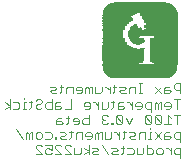
<source format=gbo>
G75*
%MOIN*%
%OFA0B0*%
%FSLAX24Y24*%
%IPPOS*%
%LPD*%
%AMOC8*
5,1,8,0,0,1.08239X$1,22.5*
%
%ADD10C,0.0030*%
%ADD11R,0.1685X0.0001*%
%ADD12R,0.1735X0.0001*%
%ADD13R,0.1764X0.0001*%
%ADD14R,0.1785X0.0001*%
%ADD15R,0.1802X0.0001*%
%ADD16R,0.1810X0.0001*%
%ADD17R,0.1826X0.0001*%
%ADD18R,0.1840X0.0001*%
%ADD19R,0.1852X0.0001*%
%ADD20R,0.1864X0.0001*%
%ADD21R,0.1869X0.0001*%
%ADD22R,0.1880X0.0001*%
%ADD23R,0.1890X0.0001*%
%ADD24R,0.1899X0.0001*%
%ADD25R,0.1909X0.0001*%
%ADD26R,0.1914X0.0001*%
%ADD27R,0.1921X0.0001*%
%ADD28R,0.1930X0.0001*%
%ADD29R,0.1939X0.0001*%
%ADD30R,0.1946X0.0001*%
%ADD31R,0.1951X0.0001*%
%ADD32R,0.1958X0.0001*%
%ADD33R,0.1965X0.0001*%
%ADD34R,0.1971X0.0001*%
%ADD35R,0.1979X0.0001*%
%ADD36R,0.1983X0.0001*%
%ADD37R,0.1990X0.0001*%
%ADD38R,0.1995X0.0001*%
%ADD39R,0.2003X0.0001*%
%ADD40R,0.2008X0.0001*%
%ADD41R,0.2010X0.0001*%
%ADD42R,0.2018X0.0001*%
%ADD43R,0.2023X0.0001*%
%ADD44R,0.2029X0.0001*%
%ADD45R,0.2034X0.0001*%
%ADD46R,0.2036X0.0001*%
%ADD47R,0.2042X0.0001*%
%ADD48R,0.2047X0.0001*%
%ADD49R,0.2054X0.0001*%
%ADD50R,0.2059X0.0001*%
%ADD51R,0.2060X0.0001*%
%ADD52R,0.2066X0.0001*%
%ADD53R,0.2071X0.0001*%
%ADD54R,0.2076X0.0001*%
%ADD55R,0.2081X0.0001*%
%ADD56R,0.2084X0.0001*%
%ADD57R,0.2089X0.0001*%
%ADD58R,0.2092X0.0001*%
%ADD59R,0.2097X0.0001*%
%ADD60R,0.2102X0.0001*%
%ADD61R,0.2105X0.0001*%
%ADD62R,0.2109X0.0001*%
%ADD63R,0.2114X0.0001*%
%ADD64R,0.2117X0.0001*%
%ADD65R,0.2121X0.0001*%
%ADD66R,0.2124X0.0001*%
%ADD67R,0.2129X0.0001*%
%ADD68R,0.2132X0.0001*%
%ADD69R,0.2135X0.0001*%
%ADD70R,0.2140X0.0001*%
%ADD71R,0.2142X0.0001*%
%ADD72R,0.2146X0.0001*%
%ADD73R,0.2150X0.0001*%
%ADD74R,0.2154X0.0001*%
%ADD75R,0.2157X0.0001*%
%ADD76R,0.2159X0.0001*%
%ADD77R,0.2164X0.0001*%
%ADD78R,0.2167X0.0001*%
%ADD79R,0.2170X0.0001*%
%ADD80R,0.2174X0.0001*%
%ADD81R,0.2176X0.0001*%
%ADD82R,0.2180X0.0001*%
%ADD83R,0.2182X0.0001*%
%ADD84R,0.2186X0.0001*%
%ADD85R,0.2190X0.0001*%
%ADD86R,0.2193X0.0001*%
%ADD87R,0.2195X0.0001*%
%ADD88R,0.2198X0.0001*%
%ADD89R,0.2203X0.0001*%
%ADD90R,0.2205X0.0001*%
%ADD91R,0.2206X0.0001*%
%ADD92R,0.2210X0.0001*%
%ADD93R,0.2214X0.0001*%
%ADD94R,0.2216X0.0001*%
%ADD95R,0.2220X0.0001*%
%ADD96R,0.2221X0.0001*%
%ADD97R,0.2224X0.0001*%
%ADD98R,0.2228X0.0001*%
%ADD99R,0.2230X0.0001*%
%ADD100R,0.2233X0.0001*%
%ADD101R,0.2235X0.0001*%
%ADD102R,0.2239X0.0001*%
%ADD103R,0.2241X0.0001*%
%ADD104R,0.2244X0.0001*%
%ADD105R,0.2246X0.0001*%
%ADD106R,0.2248X0.0001*%
%ADD107R,0.2251X0.0001*%
%ADD108R,0.2254X0.0001*%
%ADD109R,0.2256X0.0001*%
%ADD110R,0.2259X0.0001*%
%ADD111R,0.2260X0.0001*%
%ADD112R,0.2264X0.0001*%
%ADD113R,0.2266X0.0001*%
%ADD114R,0.2269X0.0001*%
%ADD115R,0.2271X0.0001*%
%ADD116R,0.2273X0.0001*%
%ADD117R,0.2276X0.0001*%
%ADD118R,0.2278X0.0001*%
%ADD119R,0.2280X0.0001*%
%ADD120R,0.2283X0.0001*%
%ADD121R,0.2284X0.0001*%
%ADD122R,0.2286X0.0001*%
%ADD123R,0.2290X0.0001*%
%ADD124R,0.2291X0.0001*%
%ADD125R,0.2294X0.0001*%
%ADD126R,0.2295X0.0001*%
%ADD127R,0.2298X0.0001*%
%ADD128R,0.2299X0.0001*%
%ADD129R,0.2303X0.0001*%
%ADD130R,0.2305X0.0001*%
%ADD131R,0.2306X0.0001*%
%ADD132R,0.2308X0.0001*%
%ADD133R,0.2310X0.0001*%
%ADD134R,0.2314X0.0001*%
%ADD135R,0.2315X0.0001*%
%ADD136R,0.2316X0.0001*%
%ADD137R,0.2319X0.0001*%
%ADD138R,0.2320X0.0001*%
%ADD139R,0.2323X0.0001*%
%ADD140R,0.2324X0.0001*%
%ADD141R,0.2326X0.0001*%
%ADD142R,0.2329X0.0001*%
%ADD143R,0.2330X0.0001*%
%ADD144R,0.2333X0.0001*%
%ADD145R,0.2334X0.0001*%
%ADD146R,0.2335X0.0001*%
%ADD147R,0.2336X0.0001*%
%ADD148R,0.2340X0.0001*%
%ADD149R,0.2341X0.0001*%
%ADD150R,0.2344X0.0001*%
%ADD151R,0.2345X0.0001*%
%ADD152R,0.2346X0.0001*%
%ADD153R,0.2347X0.0001*%
%ADD154R,0.2351X0.0001*%
%ADD155R,0.2352X0.0001*%
%ADD156R,0.2354X0.0001*%
%ADD157R,0.2355X0.0001*%
%ADD158R,0.2357X0.0001*%
%ADD159R,0.2359X0.0001*%
%ADD160R,0.2360X0.0001*%
%ADD161R,0.2361X0.0001*%
%ADD162R,0.2364X0.0001*%
%ADD163R,0.2365X0.0001*%
%ADD164R,0.2367X0.0001*%
%ADD165R,0.2369X0.0001*%
%ADD166R,0.2370X0.0001*%
%ADD167R,0.2371X0.0001*%
%ADD168R,0.2372X0.0001*%
%ADD169R,0.2375X0.0001*%
%ADD170R,0.2377X0.0001*%
%ADD171R,0.2380X0.0001*%
%ADD172R,0.2381X0.0001*%
%ADD173R,0.2382X0.0001*%
%ADD174R,0.2384X0.0001*%
%ADD175R,0.2385X0.0001*%
%ADD176R,0.2386X0.0001*%
%ADD177R,0.2389X0.0001*%
%ADD178R,0.2390X0.0001*%
%ADD179R,0.2391X0.0001*%
%ADD180R,0.2392X0.0001*%
%ADD181R,0.2394X0.0001*%
%ADD182R,0.2395X0.0001*%
%ADD183R,0.2396X0.0001*%
%ADD184R,0.2397X0.0001*%
%ADD185R,0.2399X0.0001*%
%ADD186R,0.2401X0.0001*%
%ADD187R,0.2402X0.0001*%
%ADD188R,0.2404X0.0001*%
%ADD189R,0.2405X0.0001*%
%ADD190R,0.2406X0.0001*%
%ADD191R,0.2407X0.0001*%
%ADD192R,0.2409X0.0001*%
%ADD193R,0.2410X0.0001*%
%ADD194R,0.2411X0.0001*%
%ADD195R,0.2414X0.0001*%
%ADD196R,0.2415X0.0001*%
%ADD197R,0.2416X0.0001*%
%ADD198R,0.2417X0.0001*%
%ADD199R,0.2419X0.0001*%
%ADD200R,0.2420X0.0001*%
%ADD201R,0.2421X0.0001*%
%ADD202R,0.2422X0.0001*%
%ADD203R,0.2424X0.0001*%
%ADD204R,0.2426X0.0001*%
%ADD205R,0.2427X0.0001*%
%ADD206R,0.2429X0.0001*%
%ADD207R,0.2430X0.0001*%
%ADD208R,0.2431X0.0001*%
%ADD209R,0.2432X0.0001*%
%ADD210R,0.2434X0.0001*%
%ADD211R,0.2435X0.0001*%
%ADD212R,0.2436X0.0001*%
%ADD213R,0.2439X0.0001*%
%ADD214R,0.2440X0.0001*%
%ADD215R,0.2441X0.0001*%
%ADD216R,0.2442X0.0001*%
%ADD217R,0.2444X0.0001*%
%ADD218R,0.2445X0.0001*%
%ADD219R,0.2446X0.0001*%
%ADD220R,0.2447X0.0001*%
%ADD221R,0.2449X0.0001*%
%ADD222R,0.2450X0.0001*%
%ADD223R,0.2451X0.0001*%
%ADD224R,0.2452X0.0001*%
%ADD225R,0.2454X0.0001*%
%ADD226R,0.2455X0.0001*%
%ADD227R,0.2456X0.0001*%
%ADD228R,0.2457X0.0001*%
%ADD229R,0.2459X0.0001*%
%ADD230R,0.2460X0.0001*%
%ADD231R,0.2461X0.0001*%
%ADD232R,0.2464X0.0001*%
%ADD233R,0.2465X0.0001*%
%ADD234R,0.2466X0.0001*%
%ADD235R,0.2467X0.0001*%
%ADD236R,0.2469X0.0001*%
%ADD237R,0.2470X0.0001*%
%ADD238R,0.2471X0.0001*%
%ADD239R,0.2472X0.0001*%
%ADD240R,0.2474X0.0001*%
%ADD241R,0.2476X0.0001*%
%ADD242R,0.2477X0.0001*%
%ADD243R,0.2479X0.0001*%
%ADD244R,0.2480X0.0001*%
%ADD245R,0.2481X0.0001*%
%ADD246R,0.2482X0.0001*%
%ADD247R,0.2484X0.0001*%
%ADD248R,0.2485X0.0001*%
%ADD249R,0.2486X0.0001*%
%ADD250R,0.2487X0.0001*%
%ADD251R,0.2489X0.0001*%
%ADD252R,0.2490X0.0001*%
%ADD253R,0.2491X0.0001*%
%ADD254R,0.2492X0.0001*%
%ADD255R,0.2494X0.0001*%
%ADD256R,0.2495X0.0001*%
%ADD257R,0.2496X0.0001*%
%ADD258R,0.2497X0.0001*%
%ADD259R,0.2499X0.0001*%
%ADD260R,0.2500X0.0001*%
%ADD261R,0.0798X0.0001*%
%ADD262R,0.1226X0.0001*%
%ADD263R,0.0816X0.0001*%
%ADD264R,0.1245X0.0001*%
%ADD265R,0.0833X0.0001*%
%ADD266R,0.1260X0.0001*%
%ADD267R,0.0846X0.0001*%
%ADD268R,0.1274X0.0001*%
%ADD269R,0.0856X0.0001*%
%ADD270R,0.1284X0.0001*%
%ADD271R,0.0860X0.0001*%
%ADD272R,0.1289X0.0001*%
%ADD273R,0.0869X0.0001*%
%ADD274R,0.1296X0.0001*%
%ADD275R,0.0875X0.0001*%
%ADD276R,0.1303X0.0001*%
%ADD277R,0.0881X0.0001*%
%ADD278R,0.1309X0.0001*%
%ADD279R,0.0886X0.0001*%
%ADD280R,0.1314X0.0001*%
%ADD281R,0.0889X0.0001*%
%ADD282R,0.1316X0.0001*%
%ADD283R,0.0892X0.0001*%
%ADD284R,0.1320X0.0001*%
%ADD285R,0.0896X0.0001*%
%ADD286R,0.1324X0.0001*%
%ADD287R,0.0899X0.0001*%
%ADD288R,0.1328X0.0001*%
%ADD289R,0.0902X0.0001*%
%ADD290R,0.1330X0.0001*%
%ADD291R,0.0904X0.0001*%
%ADD292R,0.1333X0.0001*%
%ADD293R,0.0907X0.0001*%
%ADD294R,0.1334X0.0001*%
%ADD295R,0.0909X0.0001*%
%ADD296R,0.1336X0.0001*%
%ADD297R,0.0911X0.0001*%
%ADD298R,0.1339X0.0001*%
%ADD299R,0.0914X0.0001*%
%ADD300R,0.1341X0.0001*%
%ADD301R,0.0915X0.0001*%
%ADD302R,0.0916X0.0001*%
%ADD303R,0.1344X0.0001*%
%ADD304R,0.0917X0.0001*%
%ADD305R,0.1345X0.0001*%
%ADD306R,0.0920X0.0001*%
%ADD307R,0.1346X0.0001*%
%ADD308R,0.0921X0.0001*%
%ADD309R,0.1348X0.0001*%
%ADD310R,0.1349X0.0001*%
%ADD311R,0.0922X0.0001*%
%ADD312R,0.1350X0.0001*%
%ADD313R,0.0924X0.0001*%
%ADD314R,0.1351X0.0001*%
%ADD315R,0.0925X0.0001*%
%ADD316R,0.1353X0.0001*%
%ADD317R,0.0926X0.0001*%
%ADD318R,0.1354X0.0001*%
%ADD319R,0.0927X0.0001*%
%ADD320R,0.1355X0.0001*%
%ADD321R,0.0929X0.0001*%
%ADD322R,0.1356X0.0001*%
%ADD323R,0.0930X0.0001*%
%ADD324R,0.1358X0.0001*%
%ADD325R,0.0931X0.0001*%
%ADD326R,0.1359X0.0001*%
%ADD327R,0.0932X0.0001*%
%ADD328R,0.1360X0.0001*%
%ADD329R,0.0934X0.0001*%
%ADD330R,0.1361X0.0001*%
%ADD331R,0.0935X0.0001*%
%ADD332R,0.1363X0.0001*%
%ADD333R,0.0936X0.0001*%
%ADD334R,0.1364X0.0001*%
%ADD335R,0.0938X0.0001*%
%ADD336R,0.1365X0.0001*%
%ADD337R,0.0939X0.0001*%
%ADD338R,0.1366X0.0001*%
%ADD339R,0.0940X0.0001*%
%ADD340R,0.1368X0.0001*%
%ADD341R,0.0941X0.0001*%
%ADD342R,0.1369X0.0001*%
%ADD343R,0.0943X0.0001*%
%ADD344R,0.1370X0.0001*%
%ADD345R,0.0186X0.0001*%
%ADD346R,0.1168X0.0001*%
%ADD347R,0.0155X0.0001*%
%ADD348R,0.1138X0.0001*%
%ADD349R,0.0141X0.0001*%
%ADD350R,0.1123X0.0001*%
%ADD351R,0.0135X0.0001*%
%ADD352R,0.1116X0.0001*%
%ADD353R,0.0124X0.0001*%
%ADD354R,0.1106X0.0001*%
%ADD355R,0.0115X0.0001*%
%ADD356R,0.1096X0.0001*%
%ADD357R,0.0106X0.0001*%
%ADD358R,0.1089X0.0001*%
%ADD359R,0.0099X0.0001*%
%ADD360R,0.1081X0.0001*%
%ADD361R,0.0096X0.0001*%
%ADD362R,0.1077X0.0001*%
%ADD363R,0.0089X0.0001*%
%ADD364R,0.1071X0.0001*%
%ADD365R,0.0083X0.0001*%
%ADD366R,0.1065X0.0001*%
%ADD367R,0.0077X0.0001*%
%ADD368R,0.1059X0.0001*%
%ADD369R,0.0071X0.0001*%
%ADD370R,0.1054X0.0001*%
%ADD371R,0.0069X0.0001*%
%ADD372R,0.1051X0.0001*%
%ADD373R,0.0063X0.0001*%
%ADD374R,0.1045X0.0001*%
%ADD375R,0.0059X0.0001*%
%ADD376R,0.1040X0.0001*%
%ADD377R,0.0054X0.0001*%
%ADD378R,0.1035X0.0001*%
%ADD379R,0.0049X0.0001*%
%ADD380R,0.1031X0.0001*%
%ADD381R,0.0047X0.0001*%
%ADD382R,0.1029X0.0001*%
%ADD383R,0.0043X0.0001*%
%ADD384R,0.1024X0.0001*%
%ADD385R,0.0037X0.0001*%
%ADD386R,0.1020X0.0001*%
%ADD387R,0.0034X0.0001*%
%ADD388R,0.1016X0.0001*%
%ADD389R,0.0030X0.0001*%
%ADD390R,0.1011X0.0001*%
%ADD391R,0.0029X0.0001*%
%ADD392R,0.1010X0.0001*%
%ADD393R,0.0024X0.0001*%
%ADD394R,0.1006X0.0001*%
%ADD395R,0.0021X0.0001*%
%ADD396R,0.1003X0.0001*%
%ADD397R,0.0016X0.0001*%
%ADD398R,0.0999X0.0001*%
%ADD399R,0.0013X0.0001*%
%ADD400R,0.0995X0.0001*%
%ADD401R,0.0011X0.0001*%
%ADD402R,0.0993X0.0001*%
%ADD403R,0.0009X0.0001*%
%ADD404R,0.0990X0.0001*%
%ADD405R,0.0005X0.0001*%
%ADD406R,0.0986X0.0001*%
%ADD407R,0.0001X0.0001*%
%ADD408R,0.0984X0.0001*%
%ADD409R,0.0980X0.0001*%
%ADD410R,0.0979X0.0001*%
%ADD411R,0.0975X0.0001*%
%ADD412R,0.0973X0.0001*%
%ADD413R,0.0969X0.0001*%
%ADD414R,0.0966X0.0001*%
%ADD415R,0.0965X0.0001*%
%ADD416R,0.0961X0.0001*%
%ADD417R,0.0959X0.0001*%
%ADD418R,0.0955X0.0001*%
%ADD419R,0.0953X0.0001*%
%ADD420R,0.0949X0.0001*%
%ADD421R,0.0946X0.0001*%
%ADD422R,0.0944X0.0001*%
%ADD423R,0.0906X0.0001*%
%ADD424R,0.0901X0.0001*%
%ADD425R,0.0895X0.0001*%
%ADD426R,0.0890X0.0001*%
%ADD427R,0.0887X0.0001*%
%ADD428R,0.0885X0.0001*%
%ADD429R,0.0884X0.0001*%
%ADD430R,0.0882X0.0001*%
%ADD431R,0.0879X0.0001*%
%ADD432R,0.0877X0.0001*%
%ADD433R,0.0876X0.0001*%
%ADD434R,0.0874X0.0001*%
%ADD435R,0.0872X0.0001*%
%ADD436R,0.0871X0.0001*%
%ADD437R,0.0867X0.0001*%
%ADD438R,0.0865X0.0001*%
%ADD439R,0.0864X0.0001*%
%ADD440R,0.0861X0.0001*%
%ADD441R,0.0858X0.0001*%
%ADD442R,0.0855X0.0001*%
%ADD443R,0.0854X0.0001*%
%ADD444R,0.0853X0.0001*%
%ADD445R,0.0851X0.0001*%
%ADD446R,0.0850X0.0001*%
%ADD447R,0.0848X0.0001*%
%ADD448R,0.0845X0.0001*%
%ADD449R,0.0844X0.0001*%
%ADD450R,0.0843X0.0001*%
%ADD451R,0.0841X0.0001*%
%ADD452R,0.0840X0.0001*%
%ADD453R,0.0839X0.0001*%
%ADD454R,0.0836X0.0001*%
%ADD455R,0.0835X0.0001*%
%ADD456R,0.0834X0.0001*%
%ADD457R,0.0831X0.0001*%
%ADD458R,0.0830X0.0001*%
%ADD459R,0.0829X0.0001*%
%ADD460R,0.0828X0.0001*%
%ADD461R,0.0826X0.0001*%
%ADD462R,0.0825X0.0001*%
%ADD463R,0.0824X0.0001*%
%ADD464R,0.0823X0.0001*%
%ADD465R,0.0821X0.0001*%
%ADD466R,0.0820X0.0001*%
%ADD467R,0.0819X0.0001*%
%ADD468R,0.0818X0.0001*%
%ADD469R,0.0815X0.0001*%
%ADD470R,0.0814X0.0001*%
%ADD471R,0.0811X0.0001*%
%ADD472R,0.0810X0.0001*%
%ADD473R,0.0809X0.0001*%
%ADD474R,0.0808X0.0001*%
%ADD475R,0.0806X0.0001*%
%ADD476R,0.0805X0.0001*%
%ADD477R,0.0804X0.0001*%
%ADD478R,0.0803X0.0001*%
%ADD479R,0.0088X0.0001*%
%ADD480R,0.0801X0.0001*%
%ADD481R,0.0800X0.0001*%
%ADD482R,0.0129X0.0001*%
%ADD483R,0.0799X0.0001*%
%ADD484R,0.0143X0.0001*%
%ADD485R,0.0154X0.0001*%
%ADD486R,0.0796X0.0001*%
%ADD487R,0.0165X0.0001*%
%ADD488R,0.0795X0.0001*%
%ADD489R,0.0170X0.0001*%
%ADD490R,0.0180X0.0001*%
%ADD491R,0.0794X0.0001*%
%ADD492R,0.0190X0.0001*%
%ADD493R,0.0793X0.0001*%
%ADD494R,0.0198X0.0001*%
%ADD495R,0.0791X0.0001*%
%ADD496R,0.0208X0.0001*%
%ADD497R,0.0790X0.0001*%
%ADD498R,0.0213X0.0001*%
%ADD499R,0.0219X0.0001*%
%ADD500R,0.0789X0.0001*%
%ADD501R,0.0227X0.0001*%
%ADD502R,0.0788X0.0001*%
%ADD503R,0.0234X0.0001*%
%ADD504R,0.0786X0.0001*%
%ADD505R,0.0241X0.0001*%
%ADD506R,0.0785X0.0001*%
%ADD507R,0.0245X0.0001*%
%ADD508R,0.0253X0.0001*%
%ADD509R,0.0784X0.0001*%
%ADD510R,0.0257X0.0001*%
%ADD511R,0.0783X0.0001*%
%ADD512R,0.0265X0.0001*%
%ADD513R,0.0781X0.0001*%
%ADD514R,0.0271X0.0001*%
%ADD515R,0.0780X0.0001*%
%ADD516R,0.0275X0.0001*%
%ADD517R,0.0280X0.0001*%
%ADD518R,0.0779X0.0001*%
%ADD519R,0.0285X0.0001*%
%ADD520R,0.0777X0.0001*%
%ADD521R,0.0291X0.0001*%
%ADD522R,0.0776X0.0001*%
%ADD523R,0.0296X0.0001*%
%ADD524R,0.0300X0.0001*%
%ADD525R,0.0775X0.0001*%
%ADD526R,0.0305X0.0001*%
%ADD527R,0.0774X0.0001*%
%ADD528R,0.0310X0.0001*%
%ADD529R,0.0772X0.0001*%
%ADD530R,0.0316X0.0001*%
%ADD531R,0.0320X0.0001*%
%ADD532R,0.0771X0.0001*%
%ADD533R,0.0323X0.0001*%
%ADD534R,0.0328X0.0001*%
%ADD535R,0.0770X0.0001*%
%ADD536R,0.0333X0.0001*%
%ADD537R,0.0769X0.0001*%
%ADD538R,0.0338X0.0001*%
%ADD539R,0.0767X0.0001*%
%ADD540R,0.0341X0.0001*%
%ADD541R,0.0766X0.0001*%
%ADD542R,0.0344X0.0001*%
%ADD543R,0.0348X0.0001*%
%ADD544R,0.0765X0.0001*%
%ADD545R,0.0354X0.0001*%
%ADD546R,0.0357X0.0001*%
%ADD547R,0.0764X0.0001*%
%ADD548R,0.0362X0.0001*%
%ADD549R,0.0762X0.0001*%
%ADD550R,0.0761X0.0001*%
%ADD551R,0.0367X0.0001*%
%ADD552R,0.0371X0.0001*%
%ADD553R,0.0760X0.0001*%
%ADD554R,0.0375X0.0001*%
%ADD555R,0.0759X0.0001*%
%ADD556R,0.0380X0.0001*%
%ADD557R,0.0381X0.0001*%
%ADD558R,0.0385X0.0001*%
%ADD559R,0.0757X0.0001*%
%ADD560R,0.0389X0.0001*%
%ADD561R,0.0756X0.0001*%
%ADD562R,0.0391X0.0001*%
%ADD563R,0.0755X0.0001*%
%ADD564R,0.0393X0.0001*%
%ADD565R,0.0754X0.0001*%
%ADD566R,0.0394X0.0001*%
%ADD567R,0.0395X0.0001*%
%ADD568R,0.0398X0.0001*%
%ADD569R,0.0752X0.0001*%
%ADD570R,0.0399X0.0001*%
%ADD571R,0.0751X0.0001*%
%ADD572R,0.0400X0.0001*%
%ADD573R,0.0401X0.0001*%
%ADD574R,0.0750X0.0001*%
%ADD575R,0.0403X0.0001*%
%ADD576R,0.0749X0.0001*%
%ADD577R,0.0405X0.0001*%
%ADD578R,0.0406X0.0001*%
%ADD579R,0.0747X0.0001*%
%ADD580R,0.0409X0.0001*%
%ADD581R,0.0746X0.0001*%
%ADD582R,0.0410X0.0001*%
%ADD583R,0.0413X0.0001*%
%ADD584R,0.0745X0.0001*%
%ADD585R,0.0414X0.0001*%
%ADD586R,0.0415X0.0001*%
%ADD587R,0.0742X0.0001*%
%ADD588R,0.0416X0.0001*%
%ADD589R,0.0418X0.0001*%
%ADD590R,0.0419X0.0001*%
%ADD591R,0.0741X0.0001*%
%ADD592R,0.0420X0.0001*%
%ADD593R,0.0423X0.0001*%
%ADD594R,0.0740X0.0001*%
%ADD595R,0.0424X0.0001*%
%ADD596R,0.0739X0.0001*%
%ADD597R,0.0425X0.0001*%
%ADD598R,0.0428X0.0001*%
%ADD599R,0.0737X0.0001*%
%ADD600R,0.0429X0.0001*%
%ADD601R,0.0736X0.0001*%
%ADD602R,0.0430X0.0001*%
%ADD603R,0.0735X0.0001*%
%ADD604R,0.0431X0.0001*%
%ADD605R,0.0432X0.0001*%
%ADD606R,0.0734X0.0001*%
%ADD607R,0.0434X0.0001*%
%ADD608R,0.0435X0.0001*%
%ADD609R,0.0732X0.0001*%
%ADD610R,0.0436X0.0001*%
%ADD611R,0.0437X0.0001*%
%ADD612R,0.0731X0.0001*%
%ADD613R,0.0730X0.0001*%
%ADD614R,0.0439X0.0001*%
%ADD615R,0.0440X0.0001*%
%ADD616R,0.0729X0.0001*%
%ADD617R,0.0441X0.0001*%
%ADD618R,0.0442X0.0001*%
%ADD619R,0.0727X0.0001*%
%ADD620R,0.0444X0.0001*%
%ADD621R,0.0445X0.0001*%
%ADD622R,0.0726X0.0001*%
%ADD623R,0.0446X0.0001*%
%ADD624R,0.0725X0.0001*%
%ADD625R,0.0447X0.0001*%
%ADD626R,0.0724X0.0001*%
%ADD627R,0.0449X0.0001*%
%ADD628R,0.0450X0.0001*%
%ADD629R,0.0722X0.0001*%
%ADD630R,0.0451X0.0001*%
%ADD631R,0.0452X0.0001*%
%ADD632R,0.0721X0.0001*%
%ADD633R,0.0720X0.0001*%
%ADD634R,0.0455X0.0001*%
%ADD635R,0.0456X0.0001*%
%ADD636R,0.0719X0.0001*%
%ADD637R,0.0717X0.0001*%
%ADD638R,0.0457X0.0001*%
%ADD639R,0.0459X0.0001*%
%ADD640R,0.0716X0.0001*%
%ADD641R,0.0460X0.0001*%
%ADD642R,0.0461X0.0001*%
%ADD643R,0.0715X0.0001*%
%ADD644R,0.0714X0.0001*%
%ADD645R,0.0462X0.0001*%
%ADD646R,0.0712X0.0001*%
%ADD647R,0.0464X0.0001*%
%ADD648R,0.0711X0.0001*%
%ADD649R,0.0710X0.0001*%
%ADD650R,0.0465X0.0001*%
%ADD651R,0.0709X0.0001*%
%ADD652R,0.0707X0.0001*%
%ADD653R,0.0706X0.0001*%
%ADD654R,0.0705X0.0001*%
%ADD655R,0.0704X0.0001*%
%ADD656R,0.0919X0.0001*%
%ADD657R,0.0703X0.0001*%
%ADD658R,0.0912X0.0001*%
%ADD659R,0.0910X0.0001*%
%ADD660R,0.0701X0.0001*%
%ADD661R,0.0454X0.0001*%
%ADD662R,0.0905X0.0001*%
%ADD663R,0.0700X0.0001*%
%ADD664R,0.0699X0.0001*%
%ADD665R,0.0891X0.0001*%
%ADD666R,0.0698X0.0001*%
%ADD667R,0.0426X0.0001*%
%ADD668R,0.0866X0.0001*%
%ADD669R,0.0421X0.0001*%
%ADD670R,0.0862X0.0001*%
%ADD671R,0.0696X0.0001*%
%ADD672R,0.0384X0.0001*%
%ADD673R,0.0695X0.0001*%
%ADD674R,0.0355X0.0001*%
%ADD675R,0.0356X0.0001*%
%ADD676R,0.0694X0.0001*%
%ADD677R,0.0359X0.0001*%
%ADD678R,0.0693X0.0001*%
%ADD679R,0.0360X0.0001*%
%ADD680R,0.0691X0.0001*%
%ADD681R,0.0361X0.0001*%
%ADD682R,0.0690X0.0001*%
%ADD683R,0.0364X0.0001*%
%ADD684R,0.0365X0.0001*%
%ADD685R,0.0689X0.0001*%
%ADD686R,0.0366X0.0001*%
%ADD687R,0.0688X0.0001*%
%ADD688R,0.0686X0.0001*%
%ADD689R,0.0369X0.0001*%
%ADD690R,0.0370X0.0001*%
%ADD691R,0.0685X0.0001*%
%ADD692R,0.0372X0.0001*%
%ADD693R,0.0684X0.0001*%
%ADD694R,0.0374X0.0001*%
%ADD695R,0.0683X0.0001*%
%ADD696R,0.0376X0.0001*%
%ADD697R,0.0681X0.0001*%
%ADD698R,0.1650X0.0001*%
%ADD699R,0.1651X0.0001*%
%ADD700R,0.0680X0.0001*%
%ADD701R,0.1653X0.0001*%
%ADD702R,0.0679X0.0001*%
%ADD703R,0.1654X0.0001*%
%ADD704R,0.1649X0.0001*%
%ADD705R,0.1648X0.0001*%
%ADD706R,0.1646X0.0001*%
%ADD707R,0.1645X0.0001*%
%ADD708R,0.1644X0.0001*%
%ADD709R,0.1643X0.0001*%
%ADD710R,0.1641X0.0001*%
%ADD711R,0.1640X0.0001*%
%ADD712R,0.1639X0.0001*%
%ADD713R,0.1638X0.0001*%
%ADD714R,0.1636X0.0001*%
%ADD715R,0.1635X0.0001*%
%ADD716R,0.1174X0.0001*%
%ADD717R,0.1171X0.0001*%
%ADD718R,0.1170X0.0001*%
%ADD719R,0.1166X0.0001*%
%ADD720R,0.1164X0.0001*%
%ADD721R,0.1161X0.0001*%
%ADD722R,0.1159X0.0001*%
%ADD723R,0.1156X0.0001*%
%ADD724R,0.1155X0.0001*%
%ADD725R,0.1153X0.0001*%
%ADD726R,0.1150X0.0001*%
%ADD727R,0.1148X0.0001*%
%ADD728R,0.1145X0.0001*%
%ADD729R,0.1141X0.0001*%
%ADD730R,0.1140X0.0001*%
%ADD731R,0.1136X0.0001*%
%ADD732R,0.1135X0.0001*%
%ADD733R,0.1134X0.0001*%
%ADD734R,0.1130X0.0001*%
%ADD735R,0.1129X0.0001*%
%ADD736R,0.1128X0.0001*%
%ADD737R,0.1124X0.0001*%
%ADD738R,0.1120X0.0001*%
%ADD739R,0.1118X0.0001*%
%ADD740R,0.1115X0.0001*%
%ADD741R,0.1113X0.0001*%
%ADD742R,0.1109X0.0001*%
%ADD743R,0.1108X0.0001*%
%ADD744R,0.1105X0.0001*%
%ADD745R,0.1103X0.0001*%
%ADD746R,0.1101X0.0001*%
%ADD747R,0.1099X0.0001*%
%ADD748R,0.0411X0.0001*%
%ADD749R,0.1095X0.0001*%
%ADD750R,0.1091X0.0001*%
%ADD751R,0.1086X0.0001*%
%ADD752R,0.0404X0.0001*%
%ADD753R,0.1084X0.0001*%
%ADD754R,0.1080X0.0001*%
%ADD755R,0.1075X0.0001*%
%ADD756R,0.1072X0.0001*%
%ADD757R,0.0396X0.0001*%
%ADD758R,0.1074X0.0001*%
%ADD759R,0.1076X0.0001*%
%ADD760R,0.0386X0.0001*%
%ADD761R,0.1079X0.0001*%
%ADD762R,0.0382X0.0001*%
%ADD763R,0.0379X0.0001*%
%ADD764R,0.1082X0.0001*%
%ADD765R,0.0377X0.0001*%
%ADD766R,0.0057X0.0001*%
%ADD767R,0.1085X0.0001*%
%ADD768R,0.0051X0.0001*%
%ADD769R,0.0286X0.0001*%
%ADD770R,0.0284X0.0001*%
%ADD771R,0.0045X0.0001*%
%ADD772R,0.0279X0.0001*%
%ADD773R,0.0040X0.0001*%
%ADD774R,0.0274X0.0001*%
%ADD775R,0.1087X0.0001*%
%ADD776R,0.0039X0.0001*%
%ADD777R,0.0269X0.0001*%
%ADD778R,0.0266X0.0001*%
%ADD779R,0.1090X0.0001*%
%ADD780R,0.0264X0.0001*%
%ADD781R,0.0027X0.0001*%
%ADD782R,0.0261X0.0001*%
%ADD783R,0.0255X0.0001*%
%ADD784R,0.1092X0.0001*%
%ADD785R,0.0019X0.0001*%
%ADD786R,0.0015X0.0001*%
%ADD787R,0.0251X0.0001*%
%ADD788R,0.1094X0.0001*%
%ADD789R,0.0250X0.0001*%
%ADD790R,0.0248X0.0001*%
%ADD791R,0.0006X0.0001*%
%ADD792R,0.0004X0.0001*%
%ADD793R,0.0243X0.0001*%
%ADD794R,0.1098X0.0001*%
%ADD795R,0.0240X0.0001*%
%ADD796R,0.0238X0.0001*%
%ADD797R,0.0236X0.0001*%
%ADD798R,0.0232X0.0001*%
%ADD799R,0.0231X0.0001*%
%ADD800R,0.0229X0.0001*%
%ADD801R,0.1104X0.0001*%
%ADD802R,0.0226X0.0001*%
%ADD803R,0.0224X0.0001*%
%ADD804R,0.0221X0.0001*%
%ADD805R,0.0217X0.0001*%
%ADD806R,0.0214X0.0001*%
%ADD807R,0.0211X0.0001*%
%ADD808R,0.0210X0.0001*%
%ADD809R,0.1110X0.0001*%
%ADD810R,0.0206X0.0001*%
%ADD811R,0.1111X0.0001*%
%ADD812R,0.0204X0.0001*%
%ADD813R,0.0201X0.0001*%
%ADD814R,0.0200X0.0001*%
%ADD815R,0.1114X0.0001*%
%ADD816R,0.0194X0.0001*%
%ADD817R,0.0192X0.0001*%
%ADD818R,0.0187X0.0001*%
%ADD819R,0.0744X0.0001*%
%ADD820R,0.0184X0.0001*%
%ADD821R,0.0182X0.0001*%
%ADD822R,0.1121X0.0001*%
%ADD823R,0.0176X0.0001*%
%ADD824R,0.0175X0.0001*%
%ADD825R,0.0174X0.0001*%
%ADD826R,0.0169X0.0001*%
%ADD827R,0.1125X0.0001*%
%ADD828R,0.0164X0.0001*%
%ADD829R,0.1126X0.0001*%
%ADD830R,0.0161X0.0001*%
%ADD831R,0.0160X0.0001*%
%ADD832R,0.0156X0.0001*%
%ADD833R,0.0152X0.0001*%
%ADD834R,0.0150X0.0001*%
%ADD835R,0.0147X0.0001*%
%ADD836R,0.0144X0.0001*%
%ADD837R,0.1131X0.0001*%
%ADD838R,0.0140X0.0001*%
%ADD839R,0.0138X0.0001*%
%ADD840R,0.0132X0.0001*%
%ADD841R,0.0126X0.0001*%
%ADD842R,0.0125X0.0001*%
%ADD843R,0.0121X0.0001*%
%ADD844R,0.0119X0.0001*%
%ADD845R,0.0116X0.0001*%
%ADD846R,0.0114X0.0001*%
%ADD847R,0.0111X0.0001*%
%ADD848R,0.0107X0.0001*%
%ADD849R,0.0104X0.0001*%
%ADD850R,0.0101X0.0001*%
%ADD851R,0.0100X0.0001*%
%ADD852R,0.0092X0.0001*%
%ADD853R,0.0085X0.0001*%
%ADD854R,0.0084X0.0001*%
%ADD855R,0.0080X0.0001*%
%ADD856R,0.0076X0.0001*%
%ADD857R,0.0073X0.0001*%
%ADD858R,0.0067X0.0001*%
%ADD859R,0.0060X0.0001*%
%ADD860R,0.0055X0.0001*%
%ADD861R,0.0044X0.0001*%
%ADD862R,0.0026X0.0001*%
%ADD863R,0.0022X0.0001*%
%ADD864R,0.0010X0.0001*%
%ADD865R,0.0813X0.0001*%
%ADD866R,0.0838X0.0001*%
%ADD867R,0.0849X0.0001*%
%ADD868R,0.0859X0.0001*%
%ADD869R,0.1100X0.0001*%
%ADD870R,0.0880X0.0001*%
%ADD871R,0.0897X0.0001*%
%ADD872R,0.0900X0.0001*%
%ADD873R,0.1119X0.0001*%
%ADD874R,0.0951X0.0001*%
%ADD875R,0.0954X0.0001*%
%ADD876R,0.0964X0.0001*%
%ADD877R,0.1133X0.0001*%
%ADD878R,0.0971X0.0001*%
%ADD879R,0.0974X0.0001*%
%ADD880R,0.0978X0.0001*%
%ADD881R,0.0983X0.0001*%
%ADD882R,0.0989X0.0001*%
%ADD883R,0.1139X0.0001*%
%ADD884R,0.0996X0.0001*%
%ADD885R,0.0998X0.0001*%
%ADD886R,0.1001X0.0001*%
%ADD887R,0.1005X0.0001*%
%ADD888R,0.1143X0.0001*%
%ADD889R,0.1009X0.0001*%
%ADD890R,0.1014X0.0001*%
%ADD891R,0.1144X0.0001*%
%ADD892R,0.1013X0.0001*%
%ADD893R,0.1146X0.0001*%
%ADD894R,0.1008X0.0001*%
%ADD895R,0.1149X0.0001*%
%ADD896R,0.1151X0.0001*%
%ADD897R,0.1004X0.0001*%
%ADD898R,0.1154X0.0001*%
%ADD899R,0.1000X0.0001*%
%ADD900R,0.1158X0.0001*%
%ADD901R,0.1160X0.0001*%
%ADD902R,0.1163X0.0001*%
%ADD903R,0.0994X0.0001*%
%ADD904R,0.0991X0.0001*%
%ADD905R,0.1165X0.0001*%
%ADD906R,0.0988X0.0001*%
%ADD907R,0.1169X0.0001*%
%ADD908R,0.0985X0.0001*%
%ADD909R,0.1172X0.0001*%
%ADD910R,0.1175X0.0001*%
%ADD911R,0.0981X0.0001*%
%ADD912R,0.1176X0.0001*%
%ADD913R,0.1177X0.0001*%
%ADD914R,0.1179X0.0001*%
%ADD915R,0.0976X0.0001*%
%ADD916R,0.1180X0.0001*%
%ADD917R,0.1181X0.0001*%
%ADD918R,0.1182X0.0001*%
%ADD919R,0.1184X0.0001*%
%ADD920R,0.1185X0.0001*%
%ADD921R,0.0970X0.0001*%
%ADD922R,0.1186X0.0001*%
%ADD923R,0.1187X0.0001*%
%ADD924R,0.0968X0.0001*%
%ADD925R,0.1189X0.0001*%
%ADD926R,0.1190X0.0001*%
%ADD927R,0.1191X0.0001*%
%ADD928R,0.1192X0.0001*%
%ADD929R,0.1194X0.0001*%
%ADD930R,0.0963X0.0001*%
%ADD931R,0.1195X0.0001*%
%ADD932R,0.1196X0.0001*%
%ADD933R,0.0960X0.0001*%
%ADD934R,0.1197X0.0001*%
%ADD935R,0.1199X0.0001*%
%ADD936R,0.1201X0.0001*%
%ADD937R,0.1202X0.0001*%
%ADD938R,0.1204X0.0001*%
%ADD939R,0.0958X0.0001*%
%ADD940R,0.1205X0.0001*%
%ADD941R,0.1206X0.0001*%
%ADD942R,0.1207X0.0001*%
%ADD943R,0.1209X0.0001*%
%ADD944R,0.1210X0.0001*%
%ADD945R,0.1211X0.0001*%
%ADD946R,0.1212X0.0001*%
%ADD947R,0.1214X0.0001*%
%ADD948R,0.1215X0.0001*%
%ADD949R,0.1216X0.0001*%
%ADD950R,0.1217X0.0001*%
%ADD951R,0.1219X0.0001*%
%ADD952R,0.1220X0.0001*%
%ADD953R,0.1221X0.0001*%
%ADD954R,0.1222X0.0001*%
%ADD955R,0.1224X0.0001*%
%ADD956R,0.1225X0.0001*%
%ADD957R,0.1227X0.0001*%
%ADD958R,0.1229X0.0001*%
%ADD959R,0.1230X0.0001*%
%ADD960R,0.1231X0.0001*%
%ADD961R,0.1232X0.0001*%
%ADD962R,0.1234X0.0001*%
%ADD963R,0.1235X0.0001*%
%ADD964R,0.1236X0.0001*%
%ADD965R,0.1237X0.0001*%
%ADD966R,0.1239X0.0001*%
%ADD967R,0.1240X0.0001*%
%ADD968R,0.1241X0.0001*%
%ADD969R,0.1242X0.0001*%
%ADD970R,0.1244X0.0001*%
%ADD971R,0.1015X0.0001*%
%ADD972R,0.1246X0.0001*%
%ADD973R,0.1019X0.0001*%
%ADD974R,0.1247X0.0001*%
%ADD975R,0.1022X0.0001*%
%ADD976R,0.1025X0.0001*%
%ADD977R,0.1249X0.0001*%
%ADD978R,0.1026X0.0001*%
%ADD979R,0.1250X0.0001*%
%ADD980R,0.1034X0.0001*%
%ADD981R,0.1036X0.0001*%
%ADD982R,0.1251X0.0001*%
%ADD983R,0.1037X0.0001*%
%ADD984R,0.1253X0.0001*%
%ADD985R,0.1041X0.0001*%
%ADD986R,0.1254X0.0001*%
%ADD987R,0.1046X0.0001*%
%ADD988R,0.1255X0.0001*%
%ADD989R,0.1049X0.0001*%
%ADD990R,0.1256X0.0001*%
%ADD991R,0.1258X0.0001*%
%ADD992R,0.1056X0.0001*%
%ADD993R,0.1057X0.0001*%
%ADD994R,0.1060X0.0001*%
%ADD995R,0.1259X0.0001*%
%ADD996R,0.1062X0.0001*%
%ADD997R,0.1067X0.0001*%
%ADD998R,0.1261X0.0001*%
%ADD999R,0.1069X0.0001*%
%ADD1000R,0.1070X0.0001*%
%ADD1001R,0.1263X0.0001*%
%ADD1002R,0.1264X0.0001*%
%ADD1003R,0.1265X0.0001*%
%ADD1004R,0.1266X0.0001*%
%ADD1005R,0.1268X0.0001*%
%ADD1006R,0.1269X0.0001*%
%ADD1007R,0.1270X0.0001*%
%ADD1008R,0.1271X0.0001*%
%ADD1009R,0.1273X0.0001*%
%ADD1010R,0.1275X0.0001*%
%ADD1011R,0.1276X0.0001*%
%ADD1012R,0.1278X0.0001*%
%ADD1013R,0.1280X0.0001*%
%ADD1014R,0.1281X0.0001*%
%ADD1015R,0.1285X0.0001*%
%ADD1016R,0.1288X0.0001*%
%ADD1017R,0.1290X0.0001*%
%ADD1018R,0.1291X0.0001*%
%ADD1019R,0.1295X0.0001*%
%ADD1020R,0.1298X0.0001*%
%ADD1021R,0.1304X0.0001*%
%ADD1022R,0.2379X0.0001*%
%ADD1023R,0.2376X0.0001*%
%ADD1024R,0.2374X0.0001*%
%ADD1025R,0.2366X0.0001*%
%ADD1026R,0.2356X0.0001*%
%ADD1027R,0.2349X0.0001*%
%ADD1028R,0.2343X0.0001*%
%ADD1029R,0.2339X0.0001*%
%ADD1030R,0.2331X0.0001*%
%ADD1031R,0.2328X0.0001*%
%ADD1032R,0.2321X0.0001*%
%ADD1033R,0.2318X0.0001*%
%ADD1034R,0.2311X0.0001*%
%ADD1035R,0.2309X0.0001*%
%ADD1036R,0.2304X0.0001*%
%ADD1037R,0.2301X0.0001*%
%ADD1038R,0.2296X0.0001*%
%ADD1039R,0.2293X0.0001*%
%ADD1040R,0.2289X0.0001*%
%ADD1041R,0.2285X0.0001*%
%ADD1042R,0.2281X0.0001*%
%ADD1043R,0.2279X0.0001*%
%ADD1044R,0.2270X0.0001*%
%ADD1045R,0.2268X0.0001*%
%ADD1046R,0.2265X0.0001*%
%ADD1047R,0.2261X0.0001*%
%ADD1048R,0.2258X0.0001*%
%ADD1049R,0.2255X0.0001*%
%ADD1050R,0.2253X0.0001*%
%ADD1051R,0.2249X0.0001*%
%ADD1052R,0.2245X0.0001*%
%ADD1053R,0.2243X0.0001*%
%ADD1054R,0.2240X0.0001*%
%ADD1055R,0.2234X0.0001*%
%ADD1056R,0.2231X0.0001*%
%ADD1057R,0.2229X0.0001*%
%ADD1058R,0.2226X0.0001*%
%ADD1059R,0.2223X0.0001*%
%ADD1060R,0.2218X0.0001*%
%ADD1061R,0.2215X0.0001*%
%ADD1062R,0.2211X0.0001*%
%ADD1063R,0.2208X0.0001*%
%ADD1064R,0.2204X0.0001*%
%ADD1065R,0.2200X0.0001*%
%ADD1066R,0.2196X0.0001*%
%ADD1067R,0.2194X0.0001*%
%ADD1068R,0.2189X0.0001*%
%ADD1069R,0.2185X0.0001*%
%ADD1070R,0.2181X0.0001*%
%ADD1071R,0.2177X0.0001*%
%ADD1072R,0.2172X0.0001*%
%ADD1073R,0.2169X0.0001*%
%ADD1074R,0.2165X0.0001*%
%ADD1075R,0.2161X0.0001*%
%ADD1076R,0.2155X0.0001*%
%ADD1077R,0.2152X0.0001*%
%ADD1078R,0.2147X0.0001*%
%ADD1079R,0.2144X0.0001*%
%ADD1080R,0.2139X0.0001*%
%ADD1081R,0.2134X0.0001*%
%ADD1082R,0.2130X0.0001*%
%ADD1083R,0.2126X0.0001*%
%ADD1084R,0.2122X0.0001*%
%ADD1085R,0.2119X0.0001*%
%ADD1086R,0.2115X0.0001*%
%ADD1087R,0.2110X0.0001*%
%ADD1088R,0.2106X0.0001*%
%ADD1089R,0.2104X0.0001*%
%ADD1090R,0.2099X0.0001*%
%ADD1091R,0.2095X0.0001*%
%ADD1092R,0.2090X0.0001*%
%ADD1093R,0.2085X0.0001*%
%ADD1094R,0.2082X0.0001*%
%ADD1095R,0.2079X0.0001*%
%ADD1096R,0.2072X0.0001*%
%ADD1097R,0.2069X0.0001*%
%ADD1098R,0.2064X0.0001*%
%ADD1099R,0.2056X0.0001*%
%ADD1100R,0.2051X0.0001*%
%ADD1101R,0.2045X0.0001*%
%ADD1102R,0.2040X0.0001*%
%ADD1103R,0.2031X0.0001*%
%ADD1104R,0.2026X0.0001*%
%ADD1105R,0.2020X0.0001*%
%ADD1106R,0.2014X0.0001*%
%ADD1107R,0.2005X0.0001*%
%ADD1108R,0.1998X0.0001*%
%ADD1109R,0.1993X0.0001*%
%ADD1110R,0.1985X0.0001*%
%ADD1111R,0.1981X0.0001*%
%ADD1112R,0.1975X0.0001*%
%ADD1113R,0.1968X0.0001*%
%ADD1114R,0.1960X0.0001*%
%ADD1115R,0.1954X0.0001*%
%ADD1116R,0.1949X0.0001*%
%ADD1117R,0.1943X0.0001*%
%ADD1118R,0.1934X0.0001*%
%ADD1119R,0.1926X0.0001*%
%ADD1120R,0.1918X0.0001*%
%ADD1121R,0.1904X0.0001*%
%ADD1122R,0.1894X0.0001*%
%ADD1123R,0.1884X0.0001*%
%ADD1124R,0.1872X0.0001*%
%ADD1125R,0.1856X0.0001*%
%ADD1126R,0.1845X0.0001*%
%ADD1127R,0.1831X0.0001*%
%ADD1128R,0.1817X0.0001*%
%ADD1129R,0.1809X0.0001*%
%ADD1130R,0.1792X0.0001*%
%ADD1131R,0.1772X0.0001*%
%ADD1132R,0.1749X0.0001*%
%ADD1133R,0.1715X0.0001*%
D10*
X009900Y005328D02*
X010114Y005328D01*
X009900Y005541D01*
X009900Y005595D01*
X009953Y005648D01*
X010060Y005648D01*
X010114Y005595D01*
X010222Y005648D02*
X010436Y005648D01*
X010436Y005488D01*
X010329Y005541D01*
X010276Y005541D01*
X010222Y005488D01*
X010222Y005381D01*
X010276Y005328D01*
X010382Y005328D01*
X010436Y005381D01*
X010545Y005328D02*
X010758Y005328D01*
X010545Y005541D01*
X010545Y005595D01*
X010598Y005648D01*
X010705Y005648D01*
X010758Y005595D01*
X010867Y005595D02*
X010920Y005648D01*
X011027Y005648D01*
X011080Y005595D01*
X011189Y005541D02*
X011189Y005328D01*
X011349Y005328D01*
X011403Y005381D01*
X011403Y005541D01*
X011511Y005541D02*
X011671Y005435D01*
X011511Y005328D01*
X011671Y005328D02*
X011671Y005648D01*
X011780Y005541D02*
X011940Y005541D01*
X011994Y005488D01*
X011940Y005435D01*
X011833Y005435D01*
X011780Y005381D01*
X011833Y005328D01*
X011994Y005328D01*
X012316Y005328D02*
X012102Y005648D01*
X012101Y005853D02*
X012101Y006066D01*
X012048Y006066D01*
X011994Y006013D01*
X011941Y006066D01*
X011887Y006013D01*
X011887Y005853D01*
X011994Y005853D02*
X011994Y006013D01*
X011779Y006013D02*
X011779Y005906D01*
X011725Y005853D01*
X011619Y005853D01*
X011565Y005960D02*
X011779Y005960D01*
X011779Y006013D02*
X011725Y006066D01*
X011619Y006066D01*
X011565Y006013D01*
X011565Y005960D01*
X011456Y005853D02*
X011456Y006066D01*
X011296Y006066D01*
X011243Y006013D01*
X011243Y005853D01*
X011081Y005906D02*
X011027Y005853D01*
X011081Y005906D02*
X011081Y006120D01*
X011134Y006066D02*
X011027Y006066D01*
X010919Y006013D02*
X010866Y006066D01*
X010706Y006066D01*
X010759Y005960D02*
X010866Y005960D01*
X010919Y006013D01*
X010919Y005853D02*
X010759Y005853D01*
X010706Y005906D01*
X010759Y005960D01*
X010597Y005906D02*
X010544Y005906D01*
X010544Y005853D01*
X010597Y005853D01*
X010597Y005906D01*
X010436Y005906D02*
X010436Y006013D01*
X010382Y006066D01*
X010222Y006066D01*
X010114Y006013D02*
X010114Y005906D01*
X010060Y005853D01*
X009953Y005853D01*
X009900Y005906D01*
X009900Y006013D01*
X009953Y006066D01*
X010060Y006066D01*
X010114Y006013D01*
X010222Y005853D02*
X010382Y005853D01*
X010436Y005906D01*
X010867Y005595D02*
X010867Y005541D01*
X011080Y005328D01*
X010867Y005328D01*
X009791Y005853D02*
X009791Y006066D01*
X009738Y006066D01*
X009685Y006013D01*
X009631Y006066D01*
X009578Y006013D01*
X009578Y005853D01*
X009685Y005853D02*
X009685Y006013D01*
X009469Y005853D02*
X009256Y006173D01*
X010598Y006328D02*
X010758Y006328D01*
X010812Y006381D01*
X010758Y006435D01*
X010598Y006435D01*
X010598Y006488D02*
X010598Y006328D01*
X010598Y006488D02*
X010652Y006541D01*
X010758Y006541D01*
X010920Y006541D02*
X011027Y006541D01*
X010973Y006595D02*
X010973Y006381D01*
X010920Y006328D01*
X011135Y006435D02*
X011349Y006435D01*
X011349Y006488D02*
X011296Y006541D01*
X011189Y006541D01*
X011135Y006488D01*
X011135Y006435D01*
X011189Y006328D02*
X011296Y006328D01*
X011349Y006381D01*
X011349Y006488D01*
X011458Y006488D02*
X011511Y006541D01*
X011671Y006541D01*
X011671Y006648D02*
X011671Y006328D01*
X011511Y006328D01*
X011458Y006381D01*
X011458Y006488D01*
X012102Y006541D02*
X012156Y006488D01*
X012102Y006435D01*
X012102Y006381D01*
X012156Y006328D01*
X012262Y006328D01*
X012316Y006381D01*
X012424Y006381D02*
X012424Y006328D01*
X012477Y006328D01*
X012477Y006381D01*
X012424Y006381D01*
X012586Y006381D02*
X012639Y006328D01*
X012746Y006328D01*
X012799Y006381D01*
X012586Y006595D01*
X012586Y006381D01*
X012799Y006381D02*
X012799Y006595D01*
X012746Y006648D01*
X012639Y006648D01*
X012586Y006595D01*
X012316Y006595D02*
X012262Y006648D01*
X012156Y006648D01*
X012102Y006595D01*
X012102Y006541D01*
X012156Y006488D02*
X012209Y006488D01*
X012908Y006541D02*
X013015Y006328D01*
X013121Y006541D01*
X013121Y006853D02*
X013121Y007066D01*
X013015Y007066D02*
X012961Y007066D01*
X013015Y007066D02*
X013121Y006960D01*
X013230Y006960D02*
X013444Y006960D01*
X013444Y007013D02*
X013390Y007066D01*
X013284Y007066D01*
X013230Y007013D01*
X013230Y006960D01*
X013284Y006853D02*
X013390Y006853D01*
X013444Y006906D01*
X013444Y007013D01*
X013553Y007013D02*
X013553Y006906D01*
X013606Y006853D01*
X013766Y006853D01*
X013766Y006746D02*
X013766Y007066D01*
X013606Y007066D01*
X013553Y007013D01*
X013875Y007013D02*
X013875Y006853D01*
X013982Y006853D02*
X013982Y007013D01*
X013928Y007066D01*
X013875Y007013D01*
X013982Y007013D02*
X014035Y007066D01*
X014088Y007066D01*
X014088Y006853D01*
X014197Y006960D02*
X014411Y006960D01*
X014411Y007013D02*
X014357Y007066D01*
X014250Y007066D01*
X014197Y007013D01*
X014197Y006960D01*
X014250Y006853D02*
X014357Y006853D01*
X014411Y006906D01*
X014411Y007013D01*
X014519Y007173D02*
X014733Y007173D01*
X014626Y007173D02*
X014626Y006853D01*
X014626Y006648D02*
X014626Y006328D01*
X014411Y006328D02*
X014197Y006328D01*
X014304Y006328D02*
X014304Y006648D01*
X014411Y006541D01*
X014519Y006648D02*
X014733Y006648D01*
X014088Y006595D02*
X014088Y006381D01*
X013875Y006595D01*
X013875Y006381D01*
X013928Y006328D01*
X014035Y006328D01*
X014088Y006381D01*
X014088Y006595D02*
X014035Y006648D01*
X013928Y006648D01*
X013875Y006595D01*
X013766Y006595D02*
X013766Y006381D01*
X013553Y006595D01*
X013553Y006381D01*
X013606Y006328D01*
X013713Y006328D01*
X013766Y006381D01*
X013713Y006226D02*
X013713Y006173D01*
X013713Y006066D02*
X013713Y005853D01*
X013766Y005853D02*
X013659Y005853D01*
X013551Y005853D02*
X013551Y006066D01*
X013391Y006066D01*
X013338Y006013D01*
X013338Y005853D01*
X013229Y005853D02*
X013069Y005853D01*
X013015Y005906D01*
X013069Y005960D01*
X013176Y005960D01*
X013229Y006013D01*
X013176Y006066D01*
X013015Y006066D01*
X012907Y006066D02*
X012800Y006066D01*
X012853Y006120D02*
X012853Y005906D01*
X012800Y005853D01*
X012692Y005853D02*
X012692Y006066D01*
X012692Y005960D02*
X012585Y006066D01*
X012532Y006066D01*
X012423Y006066D02*
X012423Y005906D01*
X012370Y005853D01*
X012210Y005853D01*
X012210Y006066D01*
X012425Y005541D02*
X012585Y005541D01*
X012638Y005488D01*
X012585Y005435D01*
X012478Y005435D01*
X012425Y005381D01*
X012478Y005328D01*
X012638Y005328D01*
X012746Y005328D02*
X012800Y005381D01*
X012800Y005595D01*
X012853Y005541D02*
X012746Y005541D01*
X012962Y005541D02*
X013122Y005541D01*
X013175Y005488D01*
X013175Y005381D01*
X013122Y005328D01*
X012962Y005328D01*
X013284Y005328D02*
X013284Y005541D01*
X013497Y005541D02*
X013497Y005381D01*
X013444Y005328D01*
X013284Y005328D01*
X013606Y005328D02*
X013766Y005328D01*
X013820Y005381D01*
X013820Y005488D01*
X013766Y005541D01*
X013606Y005541D01*
X013606Y005648D02*
X013606Y005328D01*
X013929Y005381D02*
X013929Y005488D01*
X013982Y005541D01*
X014089Y005541D01*
X014142Y005488D01*
X014142Y005381D01*
X014089Y005328D01*
X013982Y005328D01*
X013929Y005381D01*
X014250Y005541D02*
X014304Y005541D01*
X014411Y005435D01*
X014411Y005541D02*
X014411Y005328D01*
X014519Y005381D02*
X014573Y005328D01*
X014733Y005328D01*
X014733Y005221D02*
X014733Y005541D01*
X014573Y005541D01*
X014519Y005488D01*
X014519Y005381D01*
X014733Y005746D02*
X014733Y006066D01*
X014573Y006066D01*
X014519Y006013D01*
X014519Y005906D01*
X014573Y005853D01*
X014733Y005853D01*
X014411Y005906D02*
X014357Y005960D01*
X014197Y005960D01*
X014197Y006013D02*
X014197Y005853D01*
X014357Y005853D01*
X014411Y005906D01*
X014357Y006066D02*
X014250Y006066D01*
X014197Y006013D01*
X014088Y006066D02*
X013875Y005853D01*
X014088Y005853D02*
X013875Y006066D01*
X013766Y006066D02*
X013713Y006066D01*
X013766Y006595D02*
X013713Y006648D01*
X013606Y006648D01*
X013553Y006595D01*
X012853Y006906D02*
X012800Y006960D01*
X012639Y006960D01*
X012639Y007013D02*
X012639Y006853D01*
X012800Y006853D01*
X012853Y006906D01*
X012800Y007066D02*
X012693Y007066D01*
X012639Y007013D01*
X012531Y007066D02*
X012424Y007066D01*
X012477Y007120D02*
X012477Y006906D01*
X012424Y006853D01*
X012316Y006906D02*
X012262Y006853D01*
X012102Y006853D01*
X012102Y007066D01*
X011994Y007066D02*
X011994Y006853D01*
X011994Y006960D02*
X011887Y007066D01*
X011833Y007066D01*
X011725Y007013D02*
X011725Y006906D01*
X011672Y006853D01*
X011565Y006853D01*
X011511Y006960D02*
X011725Y006960D01*
X011725Y007013D02*
X011672Y007066D01*
X011565Y007066D01*
X011511Y007013D01*
X011511Y006960D01*
X011565Y007378D02*
X011565Y007538D01*
X011619Y007591D01*
X011672Y007538D01*
X011672Y007378D01*
X011779Y007378D02*
X011779Y007591D01*
X011725Y007591D01*
X011672Y007538D01*
X011456Y007538D02*
X011456Y007431D01*
X011403Y007378D01*
X011296Y007378D01*
X011243Y007485D02*
X011456Y007485D01*
X011456Y007538D02*
X011403Y007591D01*
X011296Y007591D01*
X011243Y007538D01*
X011243Y007485D01*
X011134Y007378D02*
X011134Y007591D01*
X010974Y007591D01*
X010921Y007538D01*
X010921Y007378D01*
X010758Y007431D02*
X010705Y007378D01*
X010758Y007431D02*
X010758Y007645D01*
X010705Y007591D02*
X010812Y007591D01*
X010597Y007538D02*
X010544Y007485D01*
X010437Y007485D01*
X010383Y007431D01*
X010437Y007378D01*
X010597Y007378D01*
X010436Y007173D02*
X010436Y006853D01*
X010276Y006853D01*
X010222Y006906D01*
X010222Y007013D01*
X010276Y007066D01*
X010436Y007066D01*
X010545Y007013D02*
X010545Y006853D01*
X010705Y006853D01*
X010758Y006906D01*
X010705Y006960D01*
X010545Y006960D01*
X010545Y007013D02*
X010598Y007066D01*
X010705Y007066D01*
X010867Y006853D02*
X011080Y006853D01*
X011080Y007173D01*
X010597Y007538D02*
X010544Y007591D01*
X010383Y007591D01*
X010060Y007173D02*
X010114Y007120D01*
X010114Y007066D01*
X010060Y007013D01*
X009953Y007013D01*
X009900Y006960D01*
X009900Y006906D01*
X009953Y006853D01*
X010060Y006853D01*
X010114Y006906D01*
X009791Y007066D02*
X009685Y007066D01*
X009738Y007120D02*
X009738Y006906D01*
X009685Y006853D01*
X009576Y006853D02*
X009470Y006853D01*
X009523Y006853D02*
X009523Y007066D01*
X009576Y007066D01*
X009523Y007173D02*
X009523Y007226D01*
X009362Y007013D02*
X009362Y006906D01*
X009308Y006853D01*
X009148Y006853D01*
X009039Y006853D02*
X009039Y007173D01*
X009148Y007066D02*
X009308Y007066D01*
X009362Y007013D01*
X009039Y006960D02*
X008879Y006853D01*
X009039Y006960D02*
X008879Y007066D01*
X009900Y007120D02*
X009953Y007173D01*
X010060Y007173D01*
X011887Y007378D02*
X011887Y007591D01*
X012101Y007591D02*
X012101Y007431D01*
X012048Y007378D01*
X011887Y007378D01*
X012263Y007591D02*
X012370Y007485D01*
X012370Y007591D02*
X012370Y007378D01*
X012478Y007378D02*
X012531Y007431D01*
X012531Y007645D01*
X012584Y007591D02*
X012478Y007591D01*
X012693Y007591D02*
X012853Y007591D01*
X012907Y007538D01*
X012853Y007485D01*
X012747Y007485D01*
X012693Y007431D01*
X012747Y007378D01*
X012907Y007378D01*
X013015Y007378D02*
X013015Y007538D01*
X013069Y007591D01*
X013229Y007591D01*
X013229Y007378D01*
X013337Y007378D02*
X013444Y007378D01*
X013390Y007378D02*
X013390Y007698D01*
X013337Y007698D02*
X013444Y007698D01*
X013875Y007591D02*
X014088Y007378D01*
X014197Y007378D02*
X014357Y007378D01*
X014411Y007431D01*
X014357Y007485D01*
X014197Y007485D01*
X014197Y007538D02*
X014197Y007378D01*
X014088Y007591D02*
X013875Y007378D01*
X014197Y007538D02*
X014250Y007591D01*
X014357Y007591D01*
X014519Y007538D02*
X014573Y007485D01*
X014733Y007485D01*
X014733Y007378D02*
X014733Y007698D01*
X014573Y007698D01*
X014519Y007645D01*
X014519Y007538D01*
X012316Y007066D02*
X012316Y006906D01*
X012263Y007591D02*
X012209Y007591D01*
D11*
X013398Y007863D03*
D12*
X013398Y007864D03*
D13*
X013399Y007865D03*
D14*
X013398Y007867D03*
D15*
X013398Y007868D03*
D16*
X013398Y007869D03*
D17*
X013399Y007870D03*
D18*
X013398Y007872D03*
D19*
X013398Y007873D03*
D20*
X013399Y007874D03*
D21*
X013399Y007875D03*
X013399Y010350D03*
D22*
X013398Y007877D03*
D23*
X013398Y007878D03*
D24*
X013399Y007879D03*
D25*
X013399Y007880D03*
D26*
X013399Y007882D03*
X013399Y010344D03*
D27*
X013399Y007883D03*
D28*
X013398Y007884D03*
D29*
X013399Y007885D03*
D30*
X013399Y007887D03*
D31*
X013399Y007888D03*
D32*
X013398Y007889D03*
D33*
X013398Y007890D03*
D34*
X013399Y007892D03*
D35*
X013399Y007893D03*
D36*
X013398Y007894D03*
D37*
X013398Y007895D03*
D38*
X013398Y007897D03*
D39*
X013398Y007898D03*
D40*
X013398Y007899D03*
D41*
X013398Y007900D03*
X013398Y010325D03*
D42*
X013398Y007902D03*
D43*
X013398Y007903D03*
D44*
X013399Y007904D03*
D45*
X013399Y007905D03*
D46*
X013399Y007907D03*
X013399Y010319D03*
D47*
X013398Y007908D03*
D48*
X013398Y007909D03*
D49*
X013399Y007910D03*
D50*
X013399Y007912D03*
D51*
X013398Y007913D03*
X013398Y010313D03*
D52*
X013399Y007914D03*
D53*
X013399Y007915D03*
D54*
X013399Y007917D03*
D55*
X013399Y007918D03*
D56*
X013399Y007919D03*
D57*
X013399Y007920D03*
D58*
X013398Y007922D03*
D59*
X013398Y007923D03*
D60*
X013398Y007924D03*
D61*
X013398Y007925D03*
D62*
X013399Y007927D03*
D63*
X013399Y007928D03*
D64*
X013398Y007929D03*
D65*
X013399Y007930D03*
D66*
X013399Y007932D03*
D67*
X013399Y007933D03*
D68*
X013398Y007934D03*
D69*
X013398Y007935D03*
D70*
X013398Y007937D03*
D71*
X013398Y007938D03*
X013398Y010288D03*
D72*
X013399Y007939D03*
D73*
X013398Y007940D03*
D74*
X013399Y007942D03*
D75*
X013398Y007943D03*
D76*
X013399Y007944D03*
X013399Y010282D03*
D77*
X013399Y007945D03*
D78*
X013398Y007947D03*
D79*
X013398Y007948D03*
D80*
X013399Y007949D03*
D81*
X013399Y007950D03*
X013399Y010275D03*
D82*
X013398Y007952D03*
D83*
X013398Y007953D03*
D84*
X013399Y007954D03*
D85*
X013398Y007955D03*
D86*
X013398Y007957D03*
X013398Y010269D03*
D87*
X013398Y007958D03*
D88*
X013398Y007959D03*
D89*
X013398Y007960D03*
D90*
X013398Y007962D03*
D91*
X013399Y007963D03*
X013399Y010263D03*
D92*
X013398Y007964D03*
D93*
X013399Y007965D03*
D94*
X013399Y007967D03*
D95*
X013398Y007968D03*
D96*
X013399Y007969D03*
X013399Y010257D03*
D97*
X013399Y007970D03*
D98*
X013398Y007972D03*
D99*
X013398Y007973D03*
D100*
X013398Y007974D03*
D101*
X013398Y007975D03*
X013398Y010249D03*
D102*
X013399Y007977D03*
D103*
X013399Y007978D03*
D104*
X013399Y007979D03*
D105*
X013399Y007980D03*
D106*
X013398Y007982D03*
X013398Y010244D03*
D107*
X013399Y007983D03*
D108*
X013399Y007984D03*
D109*
X013399Y007985D03*
D110*
X013399Y007987D03*
D111*
X013398Y007988D03*
X013398Y010238D03*
D112*
X013399Y007989D03*
D113*
X013399Y007990D03*
D114*
X013399Y007992D03*
D115*
X013399Y007993D03*
D116*
X013398Y007994D03*
X013398Y010230D03*
X013398Y010232D03*
D117*
X013399Y010229D03*
X013399Y007995D03*
D118*
X013398Y007997D03*
D119*
X013398Y007998D03*
D120*
X013398Y007999D03*
D121*
X013399Y008000D03*
X013399Y010225D03*
D122*
X013399Y008002D03*
D123*
X013398Y008003D03*
X013398Y010222D03*
D124*
X013399Y008004D03*
D125*
X013399Y008005D03*
D126*
X013398Y008007D03*
X013398Y010219D03*
D127*
X013398Y010217D03*
X013398Y008008D03*
D128*
X013399Y008009D03*
D129*
X013398Y008010D03*
D130*
X013398Y008012D03*
X013398Y010213D03*
D131*
X013399Y010212D03*
X013399Y008013D03*
D132*
X013398Y008014D03*
D133*
X013398Y008015D03*
D134*
X013399Y008017D03*
X013399Y010208D03*
D135*
X013398Y008018D03*
D136*
X013399Y008019D03*
X013399Y010207D03*
D137*
X013399Y010204D03*
X013399Y008020D03*
D138*
X013398Y008022D03*
D139*
X013398Y008023D03*
X013398Y010202D03*
D140*
X013399Y008024D03*
D141*
X013399Y008025D03*
X013399Y010200D03*
D142*
X013399Y010198D03*
X013399Y008027D03*
D143*
X013398Y008028D03*
D144*
X013398Y008029D03*
X013398Y010195D03*
D145*
X013399Y008030D03*
D146*
X013398Y008032D03*
X013398Y010194D03*
D147*
X013399Y010193D03*
X013399Y008033D03*
D148*
X013398Y008034D03*
X013398Y010190D03*
D149*
X013399Y008035D03*
D150*
X013399Y008037D03*
X013399Y010188D03*
D151*
X013398Y010187D03*
X013398Y008038D03*
D152*
X013399Y008039D03*
D153*
X013398Y008040D03*
X013398Y010185D03*
D154*
X013399Y010183D03*
X013399Y008042D03*
D155*
X013398Y008043D03*
D156*
X013399Y008044D03*
X013399Y010180D03*
X013399Y010182D03*
D157*
X013398Y008045D03*
D158*
X013398Y008047D03*
X013398Y010178D03*
D159*
X013399Y008048D03*
D160*
X013398Y008049D03*
X013398Y010177D03*
D161*
X013399Y010175D03*
X013399Y010174D03*
X013399Y008050D03*
D162*
X013399Y008052D03*
D163*
X013398Y008053D03*
X013398Y010173D03*
D164*
X013398Y010170D03*
X013398Y008054D03*
D165*
X013399Y008055D03*
D166*
X013398Y008057D03*
X013398Y010168D03*
X013398Y010169D03*
D167*
X013399Y008058D03*
D168*
X013398Y008059D03*
X013398Y010167D03*
D169*
X013398Y008060D03*
D170*
X013398Y008062D03*
X013398Y008063D03*
X013398Y010163D03*
D171*
X013398Y010160D03*
X013398Y008064D03*
D172*
X013399Y008065D03*
X013399Y010159D03*
D173*
X013398Y010158D03*
X013398Y008067D03*
D174*
X013399Y008068D03*
D175*
X013398Y008069D03*
X013398Y010155D03*
X013398Y010157D03*
D176*
X013399Y010154D03*
X013399Y008070D03*
D177*
X013399Y008072D03*
D178*
X013398Y008073D03*
X013398Y010153D03*
D179*
X013399Y010152D03*
X013399Y008074D03*
D180*
X013398Y008075D03*
X013398Y010149D03*
X013398Y010150D03*
D181*
X013399Y008077D03*
D182*
X013398Y008078D03*
X013398Y010148D03*
D183*
X013399Y010147D03*
X013399Y008079D03*
D184*
X013398Y008080D03*
X013398Y010145D03*
D185*
X013399Y010144D03*
X013399Y010143D03*
X013399Y008082D03*
D186*
X013399Y008083D03*
D187*
X013398Y008084D03*
X013398Y010140D03*
X013398Y010142D03*
D188*
X013399Y008085D03*
D189*
X013398Y008087D03*
X013398Y010139D03*
D190*
X013399Y010138D03*
X013399Y010137D03*
X013399Y008088D03*
D191*
X013398Y008089D03*
X013398Y010135D03*
D192*
X013399Y010134D03*
X013399Y008090D03*
D193*
X013398Y008092D03*
X013398Y010133D03*
D194*
X013399Y010132D03*
X013399Y008094D03*
X013399Y008093D03*
D195*
X013399Y008095D03*
X013399Y010130D03*
D196*
X013398Y010129D03*
X013398Y008097D03*
D197*
X013399Y008098D03*
X013399Y010128D03*
D198*
X013398Y010127D03*
X013398Y008099D03*
D199*
X013399Y008100D03*
X013399Y010124D03*
X013399Y010125D03*
D200*
X013398Y010123D03*
X013398Y008102D03*
D201*
X013399Y008103D03*
X013399Y010122D03*
D202*
X013398Y010120D03*
X013398Y008105D03*
X013398Y008104D03*
D203*
X013399Y008107D03*
X013399Y010118D03*
X013399Y010119D03*
D204*
X013399Y010117D03*
X013399Y008108D03*
D205*
X013398Y008109D03*
X013398Y010115D03*
D206*
X013399Y010114D03*
X013399Y008110D03*
D207*
X013398Y008112D03*
X013398Y008113D03*
X013398Y010112D03*
X013398Y010113D03*
D208*
X013399Y010110D03*
X013399Y008114D03*
D209*
X013398Y008115D03*
X013398Y010109D03*
D210*
X013399Y010108D03*
X013399Y008117D03*
D211*
X013398Y008118D03*
X013398Y008119D03*
X013398Y010105D03*
X013398Y010107D03*
D212*
X013399Y010104D03*
X013399Y008120D03*
D213*
X013399Y008122D03*
X013399Y008123D03*
X013399Y010103D03*
D214*
X013398Y010102D03*
X013398Y010100D03*
X013398Y008124D03*
D215*
X013399Y008125D03*
X013399Y008127D03*
X013399Y010099D03*
D216*
X013398Y010098D03*
X013398Y010097D03*
X013398Y008128D03*
D217*
X013399Y008129D03*
X013399Y010095D03*
D218*
X013398Y010094D03*
X013398Y010093D03*
X013398Y008132D03*
X013398Y008130D03*
D219*
X013399Y008133D03*
X013399Y010092D03*
D220*
X013398Y010090D03*
X013398Y008135D03*
X013398Y008134D03*
D221*
X013399Y008137D03*
X013399Y010088D03*
X013399Y010089D03*
D222*
X013398Y008138D03*
D223*
X013399Y008139D03*
X013399Y010087D03*
D224*
X013398Y010085D03*
X013398Y010084D03*
X013398Y008140D03*
D225*
X013399Y008142D03*
X013399Y008143D03*
X013399Y010083D03*
D226*
X013398Y010082D03*
X013398Y010080D03*
X013398Y008145D03*
X013398Y008144D03*
D227*
X013399Y008147D03*
X013399Y010078D03*
X013399Y010079D03*
D228*
X013398Y010077D03*
X013398Y008149D03*
X013398Y008148D03*
D229*
X013399Y008150D03*
X013399Y008152D03*
X013399Y010074D03*
X013399Y010075D03*
D230*
X013398Y010073D03*
X013398Y010072D03*
X013398Y008153D03*
D231*
X013399Y008154D03*
X013399Y008155D03*
X013399Y010070D03*
D232*
X013399Y010069D03*
X013399Y010068D03*
X013399Y008158D03*
X013399Y008157D03*
D233*
X013398Y008159D03*
X013398Y008160D03*
X013398Y010065D03*
X013398Y010067D03*
D234*
X013399Y010064D03*
X013399Y010063D03*
X013399Y008163D03*
X013399Y008162D03*
D235*
X013398Y008164D03*
X013398Y008165D03*
X013398Y010060D03*
X013398Y010062D03*
D236*
X013399Y010059D03*
X013399Y010058D03*
X013399Y008167D03*
D237*
X013398Y008168D03*
X013398Y008169D03*
X013398Y008170D03*
X013398Y010055D03*
X013398Y010057D03*
D238*
X013399Y010054D03*
X013399Y010053D03*
X013399Y008172D03*
D239*
X013398Y008173D03*
X013398Y008174D03*
X013398Y008175D03*
X013398Y010049D03*
X013398Y010050D03*
X013398Y010052D03*
D240*
X013399Y010048D03*
X013399Y008178D03*
X013399Y008177D03*
D241*
X013399Y008179D03*
X013399Y008180D03*
X013399Y010047D03*
D242*
X013398Y008184D03*
X013398Y008183D03*
X013398Y008182D03*
D243*
X013399Y008185D03*
D244*
X013398Y008187D03*
X013398Y008188D03*
X013398Y008189D03*
D245*
X013399Y008190D03*
X013399Y008192D03*
D246*
X013398Y008193D03*
X013398Y008194D03*
X013398Y008195D03*
X013398Y008197D03*
D247*
X013399Y008198D03*
X013399Y008199D03*
D248*
X013398Y008200D03*
X013398Y008202D03*
X013398Y008203D03*
D249*
X013399Y008204D03*
X013399Y008205D03*
X013399Y008207D03*
D250*
X013398Y008208D03*
D251*
X013399Y008209D03*
X013399Y008210D03*
D252*
X013398Y008212D03*
X013398Y008213D03*
X013398Y008214D03*
X013398Y008215D03*
D253*
X013399Y008217D03*
X013399Y008218D03*
X013399Y008219D03*
X013399Y008220D03*
D254*
X013398Y008222D03*
X013398Y008223D03*
X013398Y008224D03*
X013398Y008225D03*
D255*
X013399Y008227D03*
X013399Y008228D03*
X013399Y008229D03*
X013399Y008230D03*
D256*
X013398Y008232D03*
X013398Y008233D03*
X013398Y008234D03*
X013398Y008235D03*
X013398Y008237D03*
X013398Y008238D03*
D257*
X013399Y008239D03*
X013399Y008240D03*
X013399Y008242D03*
X013399Y008243D03*
X013399Y008244D03*
D258*
X013398Y008245D03*
X013398Y008247D03*
X013398Y008248D03*
X013398Y008249D03*
X013398Y008250D03*
X013398Y008252D03*
X013398Y008253D03*
X013398Y008254D03*
D259*
X013399Y008255D03*
X013399Y008257D03*
X013399Y008258D03*
X013399Y008259D03*
X013399Y008260D03*
X013399Y008262D03*
X013399Y008263D03*
X013399Y008264D03*
X013399Y008265D03*
X013399Y008267D03*
X013399Y008268D03*
X013399Y008269D03*
X013399Y008270D03*
D260*
X013398Y008272D03*
X013398Y008273D03*
X013398Y008274D03*
X013398Y008275D03*
X013398Y008277D03*
X013398Y008278D03*
X013398Y008279D03*
X013398Y008280D03*
X013398Y008282D03*
X013398Y008283D03*
X013398Y008284D03*
X013398Y008285D03*
X013398Y008287D03*
X013398Y008288D03*
X013398Y008289D03*
X013398Y008290D03*
X013398Y008292D03*
X013398Y008293D03*
X013398Y008294D03*
X013398Y008295D03*
X013398Y008297D03*
X013398Y008298D03*
X013398Y008299D03*
X013398Y008300D03*
X013398Y008302D03*
X013398Y008303D03*
X013398Y008304D03*
D261*
X014250Y008305D03*
X014250Y008307D03*
X014250Y008308D03*
X014250Y008309D03*
X014250Y008310D03*
X014250Y008312D03*
X014250Y008313D03*
X014250Y008314D03*
X014250Y008315D03*
X014250Y008317D03*
X014250Y008318D03*
X014250Y008319D03*
X014250Y008320D03*
X014250Y008322D03*
X014250Y008323D03*
X014250Y008324D03*
X014250Y008325D03*
X014250Y008327D03*
X014250Y008328D03*
X014250Y008329D03*
X014250Y008330D03*
X014250Y008332D03*
X014250Y008333D03*
X014250Y008334D03*
X014250Y008335D03*
X014250Y008337D03*
X014250Y008338D03*
X014250Y008339D03*
X014250Y008340D03*
X014250Y008342D03*
X014250Y008343D03*
X014250Y008344D03*
X014250Y008345D03*
X014250Y008347D03*
X014250Y008348D03*
X014250Y008349D03*
X014250Y008350D03*
X014250Y008352D03*
X014250Y008353D03*
X014250Y008354D03*
X014250Y008355D03*
X014250Y008357D03*
X014250Y008358D03*
X014250Y008359D03*
X014250Y008360D03*
X014250Y008362D03*
X014250Y008363D03*
X014250Y008364D03*
X014250Y008365D03*
X014250Y008367D03*
X014250Y008368D03*
X014250Y008369D03*
X014250Y008370D03*
X014250Y008372D03*
X014250Y008373D03*
X014250Y008374D03*
X014250Y008375D03*
X014250Y008377D03*
X014250Y008378D03*
X014250Y008379D03*
X014250Y008380D03*
X014250Y008382D03*
X012547Y008997D03*
X012547Y009639D03*
X014250Y009270D03*
X014250Y009269D03*
X014250Y009268D03*
X014250Y009267D03*
X014250Y009265D03*
X014250Y009264D03*
X014250Y009263D03*
X014250Y009262D03*
X014250Y009260D03*
X014250Y009259D03*
X014250Y009258D03*
X014250Y009257D03*
X014250Y009255D03*
X014250Y009254D03*
X014250Y009253D03*
X014250Y009252D03*
X014250Y009250D03*
X014250Y009249D03*
X014250Y009248D03*
X014250Y009247D03*
X014250Y009245D03*
X014250Y009244D03*
X014250Y009243D03*
X014250Y009242D03*
X014250Y009240D03*
X014250Y009239D03*
X014250Y009238D03*
X014250Y009237D03*
X014250Y009235D03*
X014250Y009234D03*
X014250Y009233D03*
X014250Y009232D03*
X014250Y009230D03*
X014250Y009229D03*
X014250Y009228D03*
X014250Y009227D03*
X014250Y009225D03*
X014250Y009224D03*
X014250Y009223D03*
X014250Y009222D03*
X014250Y009220D03*
X014250Y009219D03*
X014250Y009218D03*
X014250Y009217D03*
X014250Y009215D03*
X014250Y009214D03*
X014250Y009213D03*
X014250Y009212D03*
X014250Y009210D03*
X014250Y009209D03*
X014250Y009208D03*
X014250Y009207D03*
X014250Y009205D03*
X014250Y009204D03*
X014250Y009203D03*
X014250Y009202D03*
X014250Y009200D03*
X014250Y009199D03*
X014250Y009198D03*
X014250Y009197D03*
X014250Y009195D03*
D262*
X014035Y009929D03*
X014035Y009930D03*
X012762Y008382D03*
X012762Y008380D03*
X012762Y008379D03*
X012762Y008378D03*
X012762Y008377D03*
X012762Y008375D03*
X012762Y008374D03*
X012762Y008373D03*
X012762Y008372D03*
X012762Y008370D03*
X012762Y008369D03*
X012762Y008368D03*
X012762Y008367D03*
X012762Y008365D03*
X012762Y008364D03*
X012762Y008363D03*
X012762Y008362D03*
X012762Y008360D03*
X012762Y008359D03*
X012762Y008358D03*
X012762Y008357D03*
X012762Y008355D03*
X012762Y008354D03*
X012762Y008353D03*
X012762Y008352D03*
X012762Y008350D03*
X012762Y008349D03*
X012762Y008348D03*
X012762Y008347D03*
X012762Y008345D03*
X012762Y008344D03*
X012762Y008343D03*
X012762Y008342D03*
X012762Y008340D03*
X012762Y008339D03*
X012762Y008338D03*
X012762Y008337D03*
X012762Y008335D03*
X012762Y008334D03*
X012762Y008333D03*
X012762Y008332D03*
X012762Y008330D03*
X012762Y008329D03*
X012762Y008328D03*
X012762Y008327D03*
X012762Y008325D03*
X012762Y008324D03*
X012762Y008323D03*
X012762Y008322D03*
X012762Y008320D03*
X012762Y008319D03*
X012762Y008318D03*
X012762Y008317D03*
X012762Y008315D03*
X012762Y008314D03*
X012762Y008313D03*
X012762Y008312D03*
X012762Y008310D03*
X012762Y008309D03*
X012762Y008308D03*
X012762Y008307D03*
X012762Y008305D03*
D263*
X012557Y008977D03*
X012557Y009660D03*
X014240Y008383D03*
D264*
X012771Y008383D03*
X014026Y009962D03*
X014026Y009963D03*
D265*
X012565Y009677D03*
X014232Y008384D03*
D266*
X012778Y008384D03*
X014016Y009993D03*
D267*
X012572Y009689D03*
X012572Y008947D03*
X014225Y008385D03*
D268*
X012785Y008385D03*
X014004Y010024D03*
X014004Y010025D03*
D269*
X014220Y008387D03*
D270*
X012790Y008387D03*
X013997Y010037D03*
D271*
X012578Y008935D03*
X014218Y008388D03*
D272*
X012793Y008388D03*
D273*
X012583Y008928D03*
X014214Y008389D03*
X012583Y009708D03*
D274*
X012797Y008389D03*
D275*
X014211Y008390D03*
X012586Y009713D03*
D276*
X012800Y008390D03*
D277*
X012589Y008919D03*
X014208Y008392D03*
D278*
X012803Y008392D03*
D279*
X014205Y008393D03*
D280*
X012805Y008393D03*
D281*
X014204Y008394D03*
X012593Y009723D03*
D282*
X012807Y008394D03*
D283*
X012595Y008910D03*
X014202Y008395D03*
X012595Y009725D03*
D284*
X012808Y008395D03*
D285*
X012597Y008908D03*
X014200Y008397D03*
X012597Y009728D03*
D286*
X012810Y008397D03*
D287*
X012598Y008905D03*
X012598Y008907D03*
X014199Y009178D03*
X014199Y008398D03*
D288*
X012812Y008398D03*
D289*
X014197Y008399D03*
X014197Y009177D03*
D290*
X012813Y008399D03*
D291*
X012600Y008903D03*
X014197Y008400D03*
X012600Y009733D03*
D292*
X012815Y008400D03*
D293*
X014195Y008402D03*
X012602Y009735D03*
D294*
X012815Y008402D03*
D295*
X012603Y008899D03*
X012603Y008900D03*
X014194Y009173D03*
X014194Y008403D03*
D296*
X012817Y008403D03*
D297*
X012604Y008898D03*
X014193Y008404D03*
X012604Y009738D03*
D298*
X012818Y008404D03*
D299*
X012605Y008897D03*
X014192Y008405D03*
X012605Y009739D03*
D300*
X012819Y008407D03*
X012819Y008405D03*
D301*
X014191Y008407D03*
X014191Y009169D03*
X012606Y009740D03*
D302*
X014190Y009168D03*
X014190Y008408D03*
X012607Y008895D03*
D303*
X012820Y008408D03*
D304*
X012607Y008894D03*
X014190Y009167D03*
X014190Y008409D03*
X012607Y009742D03*
D305*
X012821Y008409D03*
D306*
X012608Y008893D03*
X014188Y009164D03*
X014188Y008410D03*
X012608Y009743D03*
D307*
X012822Y008410D03*
D308*
X012609Y008892D03*
X014188Y009163D03*
X014188Y008413D03*
X014188Y008412D03*
X012609Y009744D03*
D309*
X012822Y008412D03*
D310*
X012823Y008413D03*
D311*
X014187Y008414D03*
X014187Y009162D03*
D312*
X012823Y008414D03*
D313*
X012610Y008890D03*
X014187Y009160D03*
X014187Y008415D03*
X012610Y009745D03*
D314*
X012824Y008415D03*
D315*
X014186Y008417D03*
X014186Y009159D03*
D316*
X012825Y008417D03*
D317*
X012612Y008889D03*
X014185Y009158D03*
X014185Y008419D03*
X014185Y008418D03*
X012612Y009747D03*
D318*
X012825Y008419D03*
X012825Y008418D03*
D319*
X014185Y008420D03*
X014185Y009155D03*
X014185Y009157D03*
D320*
X012826Y008422D03*
X012826Y008420D03*
D321*
X012613Y008888D03*
X014184Y009153D03*
X014184Y009154D03*
X014184Y008423D03*
X014184Y008422D03*
X012613Y009748D03*
D322*
X012827Y008423D03*
D323*
X012613Y008887D03*
X014183Y009150D03*
X014183Y009152D03*
X014183Y008425D03*
X014183Y008424D03*
X012613Y009749D03*
D324*
X012827Y008425D03*
X012827Y008424D03*
D325*
X014183Y008427D03*
X014183Y009149D03*
D326*
X012828Y008428D03*
X012828Y008427D03*
D327*
X012615Y008885D03*
X014182Y009147D03*
X014182Y009148D03*
X014182Y008429D03*
X014182Y008428D03*
X012615Y009750D03*
D328*
X012828Y008432D03*
X012828Y008430D03*
X012828Y008429D03*
D329*
X014182Y008430D03*
X014182Y008432D03*
X014182Y008433D03*
X014182Y009143D03*
X014182Y009144D03*
X014182Y009145D03*
X012615Y009752D03*
D330*
X012829Y008435D03*
X012829Y008434D03*
X012829Y008433D03*
D331*
X012616Y008884D03*
X014181Y009139D03*
X014181Y009140D03*
X014181Y009142D03*
X014181Y008437D03*
X014181Y008435D03*
X014181Y008434D03*
D332*
X012830Y008437D03*
X012830Y008438D03*
D333*
X014180Y008439D03*
X014180Y008438D03*
X014180Y008440D03*
X014180Y008442D03*
X014180Y009134D03*
X014180Y009135D03*
X014180Y009137D03*
X014180Y009138D03*
X012617Y009753D03*
D334*
X012830Y008442D03*
X012830Y008440D03*
X012830Y008439D03*
D335*
X012617Y008883D03*
X014180Y009130D03*
X014180Y009132D03*
X014180Y009133D03*
X014180Y008444D03*
X014180Y008443D03*
D336*
X012831Y008444D03*
X012831Y008443D03*
X012831Y008445D03*
X012831Y008447D03*
X012831Y008448D03*
D337*
X014179Y008449D03*
X014179Y008448D03*
X014179Y008447D03*
X014179Y008445D03*
X014179Y008450D03*
X014179Y009124D03*
X014179Y009125D03*
X014179Y009127D03*
X014179Y009128D03*
X014179Y009129D03*
D338*
X012832Y008457D03*
X012832Y008455D03*
X012832Y008454D03*
X012832Y008453D03*
X012832Y008452D03*
X012832Y008450D03*
X012832Y008449D03*
D339*
X012618Y008882D03*
X014178Y009117D03*
X014178Y009118D03*
X014178Y009119D03*
X014178Y009120D03*
X014178Y009122D03*
X014178Y009123D03*
X012618Y009754D03*
X014178Y008459D03*
X014178Y008458D03*
X014178Y008457D03*
X014178Y008455D03*
X014178Y008454D03*
X014178Y008453D03*
X014178Y008452D03*
D340*
X012832Y008458D03*
X012832Y008459D03*
X012832Y008460D03*
X012832Y008462D03*
X012832Y008463D03*
X012832Y008464D03*
X012832Y008465D03*
X012832Y008467D03*
X012832Y008468D03*
D341*
X012619Y008880D03*
X014178Y009103D03*
X014178Y009104D03*
X014178Y009105D03*
X014178Y009107D03*
X014178Y009108D03*
X014178Y009109D03*
X014178Y009110D03*
X014178Y009112D03*
X014178Y009113D03*
X014178Y009114D03*
X014178Y009115D03*
X014178Y008473D03*
X014178Y008472D03*
X014178Y008470D03*
X014178Y008469D03*
X014178Y008468D03*
X014178Y008467D03*
X014178Y008465D03*
X014178Y008464D03*
X014178Y008463D03*
X014178Y008462D03*
X014178Y008460D03*
X012619Y009755D03*
D342*
X012833Y008478D03*
X012833Y008477D03*
X012833Y008475D03*
X012833Y008474D03*
X012833Y008473D03*
X012833Y008472D03*
X012833Y008470D03*
X012833Y008469D03*
D343*
X014177Y008474D03*
X014177Y008475D03*
X014177Y008477D03*
X014177Y008478D03*
X014177Y008479D03*
X014177Y008480D03*
X014177Y008482D03*
X014177Y008483D03*
X014177Y008484D03*
X014177Y008485D03*
X014177Y008487D03*
X014177Y008488D03*
X014177Y008489D03*
X014177Y008490D03*
X014177Y008492D03*
X014177Y008493D03*
X014177Y008494D03*
X014177Y008495D03*
X014177Y008497D03*
X014177Y008498D03*
X014177Y008499D03*
X014177Y008500D03*
X014177Y008502D03*
X014177Y008503D03*
X014177Y008504D03*
X014177Y008505D03*
X014177Y008507D03*
X014177Y008508D03*
X014177Y008509D03*
X014177Y008510D03*
X014177Y008512D03*
X014177Y008513D03*
X014177Y008514D03*
X014177Y008515D03*
X014177Y008517D03*
X014177Y008518D03*
X014177Y008519D03*
X014177Y008520D03*
X014177Y008522D03*
X014177Y008523D03*
X014177Y008524D03*
X014177Y008525D03*
X014177Y008527D03*
X014177Y008528D03*
X014177Y008529D03*
X014177Y008530D03*
X014177Y008532D03*
X014177Y008533D03*
X014177Y008534D03*
X014177Y008535D03*
X014177Y008537D03*
X014177Y008538D03*
X014177Y008539D03*
X014177Y008540D03*
X014177Y008542D03*
X014177Y008543D03*
X014177Y008544D03*
X014177Y008545D03*
X014177Y008547D03*
X014177Y008548D03*
X014177Y008549D03*
X014177Y008550D03*
X014177Y008552D03*
X014177Y008553D03*
X014177Y008554D03*
X014177Y008555D03*
X014177Y008557D03*
X014177Y008558D03*
X014177Y008559D03*
X014177Y008560D03*
X014177Y008562D03*
X014177Y008563D03*
X014177Y008564D03*
X014177Y008565D03*
X014177Y008567D03*
X014177Y008568D03*
X014177Y008569D03*
X014177Y008570D03*
X014177Y008572D03*
X014177Y008573D03*
X014177Y008574D03*
X014177Y008575D03*
X014177Y008577D03*
X014177Y008578D03*
X014177Y008579D03*
X014177Y008580D03*
X014177Y008582D03*
X014177Y008583D03*
X014177Y008584D03*
X014177Y008585D03*
X014177Y008587D03*
X014177Y008588D03*
X014177Y008589D03*
X014177Y008590D03*
X014177Y008592D03*
X014177Y008593D03*
X014177Y008594D03*
X014177Y008595D03*
X014177Y008597D03*
X014177Y008598D03*
X014177Y008599D03*
X014177Y008600D03*
X014177Y008602D03*
X014177Y008603D03*
X014177Y008604D03*
X014177Y008605D03*
X014177Y008607D03*
X014177Y008608D03*
X014177Y008609D03*
X014177Y008610D03*
X014177Y008612D03*
X014177Y008613D03*
X014177Y008614D03*
X014177Y008615D03*
X014177Y008617D03*
X014177Y008618D03*
X014177Y008619D03*
X014177Y008620D03*
X014177Y008622D03*
X014177Y008623D03*
X014177Y008624D03*
X014177Y008625D03*
X014177Y008627D03*
X014177Y008628D03*
X014177Y008629D03*
X014177Y008630D03*
X014177Y008632D03*
X014177Y008633D03*
X014177Y008634D03*
X014177Y008635D03*
X014177Y008637D03*
X014177Y008638D03*
X014177Y008639D03*
X014177Y008640D03*
X014177Y008642D03*
X014177Y008643D03*
X014177Y008644D03*
X014177Y008645D03*
X014177Y008647D03*
X014177Y008648D03*
X014177Y008649D03*
X014177Y008650D03*
X014177Y008652D03*
X014177Y008653D03*
X014177Y008654D03*
X014177Y008655D03*
X014177Y008657D03*
X014177Y008658D03*
X014177Y008659D03*
X014177Y008660D03*
X014177Y008662D03*
X014177Y008663D03*
X014177Y008664D03*
X014177Y008665D03*
X014177Y008667D03*
X014177Y008668D03*
X014177Y008669D03*
X014177Y008670D03*
X014177Y008672D03*
X014177Y008673D03*
X014177Y008674D03*
X014177Y008675D03*
X014177Y008677D03*
X014177Y008678D03*
X014177Y008679D03*
X014177Y008680D03*
X014177Y008682D03*
X014177Y008683D03*
X014177Y008684D03*
X014177Y008685D03*
X014177Y008687D03*
X014177Y008688D03*
X014177Y008689D03*
X014177Y008690D03*
X014177Y008692D03*
X014177Y008693D03*
X014177Y008694D03*
X014177Y008695D03*
X014177Y008697D03*
X014177Y008698D03*
X014177Y008699D03*
X014177Y008700D03*
X014177Y008702D03*
X014177Y008703D03*
X014177Y008704D03*
X014177Y008705D03*
X014177Y008707D03*
X014177Y008708D03*
X014177Y008709D03*
X014177Y008710D03*
X014177Y008712D03*
X014177Y008713D03*
X014177Y008714D03*
X014177Y008715D03*
X014177Y008717D03*
X014177Y008718D03*
X014177Y008719D03*
X014177Y008720D03*
X014177Y008722D03*
X014177Y008723D03*
X014177Y008724D03*
X014177Y008725D03*
X014177Y008727D03*
X014177Y008728D03*
X014177Y008729D03*
X014177Y008730D03*
X014177Y008732D03*
X014177Y008733D03*
X014177Y008734D03*
X014177Y008735D03*
X014177Y008737D03*
X014177Y008738D03*
X014177Y008739D03*
X014177Y008740D03*
X014177Y008742D03*
X014177Y008743D03*
X014177Y008744D03*
X014177Y008745D03*
X014177Y008747D03*
X014177Y008748D03*
X014177Y008749D03*
X014177Y008750D03*
X014177Y008752D03*
X014177Y008753D03*
X014177Y008754D03*
X014177Y008755D03*
X014177Y008757D03*
X014177Y008758D03*
X014177Y008759D03*
X014177Y008760D03*
X014177Y008762D03*
X014177Y008763D03*
X014177Y008764D03*
X014177Y008765D03*
X014177Y008767D03*
X014177Y008768D03*
X014177Y008769D03*
X014177Y008770D03*
X014177Y008772D03*
X014177Y008773D03*
X014177Y008774D03*
X014177Y008775D03*
X014177Y008777D03*
X014177Y008778D03*
X014177Y008779D03*
X014177Y008780D03*
X014177Y008782D03*
X014177Y008783D03*
X014177Y008784D03*
X014177Y008785D03*
X014177Y008787D03*
X014177Y008788D03*
X014177Y008789D03*
X014177Y008790D03*
X014177Y008792D03*
X014177Y008793D03*
X014177Y008794D03*
X014177Y008795D03*
X014177Y008797D03*
X014177Y008798D03*
X014177Y008799D03*
X014177Y008800D03*
X014177Y008802D03*
X014177Y008803D03*
X014177Y008804D03*
X014177Y008805D03*
X014177Y008807D03*
X014177Y008808D03*
X014177Y008809D03*
X014177Y008810D03*
X014177Y008812D03*
X014177Y008813D03*
X014177Y008814D03*
X014177Y008815D03*
X014177Y008817D03*
X014177Y008818D03*
X014177Y008819D03*
X014177Y008820D03*
X014177Y008822D03*
X014177Y008823D03*
X014177Y008824D03*
X014177Y008825D03*
X014177Y008827D03*
X014177Y008828D03*
X014177Y008829D03*
X014177Y008830D03*
X014177Y008832D03*
X014177Y008833D03*
X014177Y008834D03*
X014177Y008835D03*
X014177Y008837D03*
X014177Y008838D03*
X014177Y008839D03*
X014177Y008840D03*
X014177Y008842D03*
X014177Y008843D03*
X014177Y008844D03*
X014177Y008845D03*
X014177Y008847D03*
X014177Y008848D03*
X014177Y008849D03*
X014177Y008850D03*
X014177Y008852D03*
X014177Y008853D03*
X014177Y008854D03*
X014177Y008855D03*
X014177Y008857D03*
X014177Y008858D03*
X014177Y008859D03*
X014177Y008860D03*
X014177Y008862D03*
X014177Y008863D03*
X014177Y008864D03*
X014177Y008865D03*
X014177Y008867D03*
X014177Y008868D03*
X014177Y008869D03*
X014177Y008870D03*
X014177Y008872D03*
X014177Y008873D03*
X014177Y008874D03*
X014177Y008875D03*
X014177Y008877D03*
X014177Y008878D03*
X014177Y008879D03*
X014177Y008880D03*
X014177Y008882D03*
X014177Y008883D03*
X014177Y008884D03*
X014177Y008885D03*
X014177Y008887D03*
X014177Y008888D03*
X014177Y008889D03*
X014177Y008890D03*
X014177Y008892D03*
X014177Y008893D03*
X014177Y008894D03*
X014177Y008895D03*
X014177Y008897D03*
X014177Y008898D03*
X014177Y008899D03*
X014177Y008900D03*
X014177Y008902D03*
X014177Y008903D03*
X014177Y008904D03*
X014177Y008905D03*
X014177Y008907D03*
X014177Y008908D03*
X014177Y008909D03*
X014177Y008910D03*
X014177Y008912D03*
X014177Y008913D03*
X014177Y008914D03*
X014177Y008915D03*
X014177Y008917D03*
X014177Y008918D03*
X014177Y008919D03*
X014177Y008920D03*
X014177Y008922D03*
X014177Y008923D03*
X014177Y008924D03*
X014177Y008925D03*
X014177Y008927D03*
X014177Y008928D03*
X014177Y008929D03*
X014177Y008930D03*
X014177Y008932D03*
X014177Y008933D03*
X014177Y008934D03*
X014177Y008935D03*
X014177Y008937D03*
X014177Y008938D03*
X014177Y008939D03*
X014177Y008940D03*
X014177Y008942D03*
X014177Y008943D03*
X014177Y008944D03*
X014177Y008945D03*
X014177Y008947D03*
X014177Y008948D03*
X014177Y008949D03*
X014177Y008950D03*
X014177Y008952D03*
X014177Y008953D03*
X014177Y008954D03*
X014177Y008955D03*
X014177Y008957D03*
X014177Y008958D03*
X014177Y008959D03*
X014177Y008960D03*
X014177Y008962D03*
X014177Y008963D03*
X014177Y008964D03*
X014177Y008965D03*
X014177Y008967D03*
X014177Y008968D03*
X014177Y008969D03*
X014177Y008970D03*
X014177Y008972D03*
X014177Y008973D03*
X014177Y008974D03*
X014177Y008975D03*
X014177Y008977D03*
X014177Y008978D03*
X014177Y008979D03*
X014177Y008980D03*
X014177Y008982D03*
X014177Y008983D03*
X014177Y008984D03*
X014177Y008985D03*
X014177Y008987D03*
X014177Y008988D03*
X014177Y008989D03*
X014177Y008990D03*
X014177Y008992D03*
X014177Y008993D03*
X014177Y008994D03*
X014177Y008995D03*
X014177Y008997D03*
X014177Y008998D03*
X014177Y008999D03*
X014177Y009000D03*
X014177Y009002D03*
X014177Y009003D03*
X014177Y009004D03*
X014177Y009005D03*
X014177Y009007D03*
X014177Y009008D03*
X014177Y009009D03*
X014177Y009010D03*
X014177Y009012D03*
X014177Y009013D03*
X014177Y009014D03*
X014177Y009015D03*
X014177Y009017D03*
X014177Y009018D03*
X014177Y009019D03*
X014177Y009020D03*
X014177Y009022D03*
X014177Y009023D03*
X014177Y009024D03*
X014177Y009025D03*
X014177Y009027D03*
X014177Y009028D03*
X014177Y009029D03*
X014177Y009030D03*
X014177Y009032D03*
X014177Y009033D03*
X014177Y009034D03*
X014177Y009035D03*
X014177Y009037D03*
X014177Y009038D03*
X014177Y009039D03*
X014177Y009040D03*
X014177Y009042D03*
X014177Y009043D03*
X014177Y009044D03*
X014177Y009045D03*
X014177Y009047D03*
X014177Y009048D03*
X014177Y009049D03*
X014177Y009050D03*
X014177Y009052D03*
X014177Y009053D03*
X014177Y009054D03*
X014177Y009055D03*
X014177Y009057D03*
X014177Y009058D03*
X014177Y009059D03*
X014177Y009060D03*
X014177Y009062D03*
X014177Y009063D03*
X014177Y009064D03*
X014177Y009065D03*
X014177Y009067D03*
X014177Y009068D03*
X014177Y009069D03*
X014177Y009070D03*
X014177Y009072D03*
X014177Y009073D03*
X014177Y009074D03*
X014177Y009075D03*
X014177Y009077D03*
X014177Y009078D03*
X014177Y009079D03*
X014177Y009080D03*
X014177Y009082D03*
X014177Y009083D03*
X014177Y009084D03*
X014177Y009085D03*
X014177Y009087D03*
X014177Y009088D03*
X014177Y009089D03*
X014177Y009090D03*
X014177Y009092D03*
X014177Y009093D03*
X014177Y009094D03*
X014177Y009095D03*
X014177Y009097D03*
X014177Y009098D03*
X014177Y009099D03*
X014177Y009100D03*
X014177Y009102D03*
X012620Y009757D03*
D344*
X012833Y008820D03*
X012833Y008819D03*
X012833Y008818D03*
X012833Y008817D03*
X012833Y008815D03*
X012833Y008814D03*
X012833Y008813D03*
X012833Y008812D03*
X012833Y008810D03*
X012833Y008809D03*
X012833Y008808D03*
X012833Y008807D03*
X012833Y008805D03*
X012833Y008804D03*
X012833Y008803D03*
X012833Y008802D03*
X012833Y008800D03*
X012833Y008799D03*
X012833Y008798D03*
X012833Y008797D03*
X012833Y008795D03*
X012833Y008794D03*
X012833Y008793D03*
X012833Y008792D03*
X012833Y008790D03*
X012833Y008789D03*
X012833Y008788D03*
X012833Y008787D03*
X012833Y008785D03*
X012833Y008784D03*
X012833Y008783D03*
X012833Y008782D03*
X012833Y008780D03*
X012833Y008779D03*
X012833Y008778D03*
X012833Y008777D03*
X012833Y008775D03*
X012833Y008774D03*
X012833Y008773D03*
X012833Y008772D03*
X012833Y008770D03*
X012833Y008769D03*
X012833Y008768D03*
X012833Y008767D03*
X012833Y008765D03*
X012833Y008764D03*
X012833Y008763D03*
X012833Y008762D03*
X012833Y008760D03*
X012833Y008759D03*
X012833Y008758D03*
X012833Y008757D03*
X012833Y008755D03*
X012833Y008754D03*
X012833Y008753D03*
X012833Y008752D03*
X012833Y008750D03*
X012833Y008749D03*
X012833Y008748D03*
X012833Y008747D03*
X012833Y008745D03*
X012833Y008744D03*
X012833Y008743D03*
X012833Y008742D03*
X012833Y008740D03*
X012833Y008739D03*
X012833Y008738D03*
X012833Y008737D03*
X012833Y008735D03*
X012833Y008734D03*
X012833Y008733D03*
X012833Y008732D03*
X012833Y008730D03*
X012833Y008729D03*
X012833Y008728D03*
X012833Y008727D03*
X012833Y008725D03*
X012833Y008724D03*
X012833Y008723D03*
X012833Y008722D03*
X012833Y008720D03*
X012833Y008719D03*
X012833Y008718D03*
X012833Y008717D03*
X012833Y008715D03*
X012833Y008714D03*
X012833Y008713D03*
X012833Y008712D03*
X012833Y008710D03*
X012833Y008709D03*
X012833Y008708D03*
X012833Y008707D03*
X012833Y008705D03*
X012833Y008704D03*
X012833Y008703D03*
X012833Y008702D03*
X012833Y008700D03*
X012833Y008699D03*
X012833Y008698D03*
X012833Y008697D03*
X012833Y008695D03*
X012833Y008694D03*
X012833Y008693D03*
X012833Y008692D03*
X012833Y008690D03*
X012833Y008689D03*
X012833Y008688D03*
X012833Y008687D03*
X012833Y008685D03*
X012833Y008684D03*
X012833Y008683D03*
X012833Y008682D03*
X012833Y008680D03*
X012833Y008679D03*
X012833Y008678D03*
X012833Y008677D03*
X012833Y008675D03*
X012833Y008674D03*
X012833Y008673D03*
X012833Y008672D03*
X012833Y008670D03*
X012833Y008669D03*
X012833Y008668D03*
X012833Y008667D03*
X012833Y008665D03*
X012833Y008664D03*
X012833Y008663D03*
X012833Y008662D03*
X012833Y008660D03*
X012833Y008659D03*
X012833Y008658D03*
X012833Y008657D03*
X012833Y008655D03*
X012833Y008654D03*
X012833Y008653D03*
X012833Y008652D03*
X012833Y008650D03*
X012833Y008649D03*
X012833Y008648D03*
X012833Y008647D03*
X012833Y008645D03*
X012833Y008644D03*
X012833Y008643D03*
X012833Y008642D03*
X012833Y008640D03*
X012833Y008639D03*
X012833Y008638D03*
X012833Y008637D03*
X012833Y008635D03*
X012833Y008634D03*
X012833Y008633D03*
X012833Y008632D03*
X012833Y008630D03*
X012833Y008629D03*
X012833Y008628D03*
X012833Y008627D03*
X012833Y008625D03*
X012833Y008624D03*
X012833Y008623D03*
X012833Y008622D03*
X012833Y008620D03*
X012833Y008619D03*
X012833Y008618D03*
X012833Y008617D03*
X012833Y008615D03*
X012833Y008614D03*
X012833Y008613D03*
X012833Y008612D03*
X012833Y008610D03*
X012833Y008609D03*
X012833Y008608D03*
X012833Y008607D03*
X012833Y008605D03*
X012833Y008604D03*
X012833Y008603D03*
X012833Y008602D03*
X012833Y008600D03*
X012833Y008599D03*
X012833Y008598D03*
X012833Y008597D03*
X012833Y008595D03*
X012833Y008594D03*
X012833Y008593D03*
X012833Y008592D03*
X012833Y008590D03*
X012833Y008589D03*
X012833Y008588D03*
X012833Y008587D03*
X012833Y008585D03*
X012833Y008584D03*
X012833Y008583D03*
X012833Y008582D03*
X012833Y008580D03*
X012833Y008579D03*
X012833Y008578D03*
X012833Y008577D03*
X012833Y008575D03*
X012833Y008574D03*
X012833Y008573D03*
X012833Y008572D03*
X012833Y008570D03*
X012833Y008569D03*
X012833Y008568D03*
X012833Y008567D03*
X012833Y008565D03*
X012833Y008564D03*
X012833Y008563D03*
X012833Y008562D03*
X012833Y008560D03*
X012833Y008559D03*
X012833Y008558D03*
X012833Y008557D03*
X012833Y008555D03*
X012833Y008554D03*
X012833Y008553D03*
X012833Y008552D03*
X012833Y008550D03*
X012833Y008549D03*
X012833Y008548D03*
X012833Y008547D03*
X012833Y008545D03*
X012833Y008544D03*
X012833Y008543D03*
X012833Y008542D03*
X012833Y008540D03*
X012833Y008539D03*
X012833Y008538D03*
X012833Y008537D03*
X012833Y008535D03*
X012833Y008534D03*
X012833Y008533D03*
X012833Y008532D03*
X012833Y008530D03*
X012833Y008529D03*
X012833Y008528D03*
X012833Y008527D03*
X012833Y008525D03*
X012833Y008524D03*
X012833Y008523D03*
X012833Y008522D03*
X012833Y008520D03*
X012833Y008519D03*
X012833Y008518D03*
X012833Y008517D03*
X012833Y008515D03*
X012833Y008514D03*
X012833Y008513D03*
X012833Y008512D03*
X012833Y008510D03*
X012833Y008509D03*
X012833Y008508D03*
X012833Y008507D03*
X012833Y008505D03*
X012833Y008504D03*
X012833Y008503D03*
X012833Y008502D03*
X012833Y008500D03*
X012833Y008499D03*
X012833Y008498D03*
X012833Y008497D03*
X012833Y008495D03*
X012833Y008494D03*
X012833Y008493D03*
X012833Y008492D03*
X012833Y008490D03*
X012833Y008489D03*
X012833Y008488D03*
X012833Y008487D03*
X012833Y008485D03*
X012833Y008484D03*
X012833Y008483D03*
X012833Y008482D03*
X012833Y008480D03*
X012833Y008479D03*
D345*
X013425Y008822D03*
X013198Y009563D03*
D346*
X014065Y009829D03*
X014065Y009830D03*
X012732Y008822D03*
D347*
X013441Y008823D03*
X013203Y009580D03*
D348*
X014080Y009778D03*
X012728Y010039D03*
X012717Y008823D03*
D349*
X013448Y008824D03*
D350*
X012710Y008824D03*
X014087Y009457D03*
X014087Y009570D03*
X014087Y009572D03*
X014087Y009592D03*
X014087Y009752D03*
X012718Y010029D03*
D351*
X013207Y009590D03*
X013451Y008825D03*
D352*
X012707Y008825D03*
X014090Y009560D03*
X014090Y009740D03*
X014090Y009742D03*
X012714Y010025D03*
D353*
X013457Y008827D03*
D354*
X012702Y008827D03*
X014095Y009543D03*
X014095Y009602D03*
X014095Y009723D03*
X012709Y010018D03*
X012709Y010019D03*
D355*
X013325Y008994D03*
X013461Y008828D03*
D356*
X012697Y008828D03*
X014100Y009472D03*
X014100Y009524D03*
X014100Y009525D03*
X014100Y009527D03*
X014100Y009608D03*
X014100Y009705D03*
X014100Y009707D03*
D357*
X013324Y008993D03*
X013465Y008829D03*
D358*
X012693Y008829D03*
X014104Y009477D03*
X014104Y009512D03*
X014104Y009513D03*
X014104Y009614D03*
X014104Y009692D03*
X014104Y009693D03*
D359*
X013469Y008830D03*
D360*
X012689Y008830D03*
X014108Y009480D03*
X014108Y009499D03*
X014108Y009624D03*
X014108Y009679D03*
D361*
X013217Y009608D03*
X013470Y008832D03*
D362*
X012687Y008832D03*
X014110Y009483D03*
X014110Y009492D03*
X014110Y009493D03*
X014110Y009630D03*
X014110Y009632D03*
X014110Y009633D03*
X014110Y009634D03*
X014110Y009672D03*
X014110Y009673D03*
D363*
X013219Y009610D03*
X013474Y008833D03*
D364*
X012684Y008833D03*
D365*
X013477Y008834D03*
D366*
X012681Y008834D03*
X012683Y009992D03*
D367*
X013480Y008835D03*
D368*
X012678Y008835D03*
D369*
X013483Y008837D03*
D370*
X012675Y008837D03*
X012678Y009985D03*
D371*
X013224Y009618D03*
X013484Y008838D03*
D372*
X012674Y008838D03*
X012677Y009984D03*
D373*
X013226Y009620D03*
X013325Y008990D03*
X013487Y008839D03*
D374*
X012671Y008839D03*
X012672Y009979D03*
X012673Y009980D03*
D375*
X013489Y008840D03*
D376*
X012668Y008840D03*
X012670Y009977D03*
D377*
X013492Y008842D03*
D378*
X012666Y008842D03*
D379*
X013494Y008843D03*
X013400Y009507D03*
D380*
X012665Y009972D03*
X012664Y008843D03*
D381*
X013495Y008844D03*
X013231Y009625D03*
D382*
X012664Y009970D03*
X012663Y008844D03*
D383*
X013497Y008845D03*
D384*
X012660Y008845D03*
D385*
X013500Y008847D03*
D386*
X012658Y008847D03*
X012660Y009965D03*
D387*
X013235Y009629D03*
X013404Y009513D03*
X013404Y009512D03*
X013502Y008848D03*
D388*
X012657Y008848D03*
D389*
X013503Y008849D03*
X013405Y009514D03*
D390*
X012654Y009789D03*
X012654Y008849D03*
D391*
X013504Y008850D03*
X013237Y009630D03*
D392*
X012653Y009790D03*
X012653Y009792D03*
X012655Y009959D03*
X012653Y008850D03*
D393*
X013507Y008852D03*
X013407Y009517D03*
D394*
X012652Y009798D03*
X012652Y008852D03*
D395*
X013324Y008989D03*
X013508Y008853D03*
X013408Y009518D03*
D396*
X012650Y009804D03*
X012650Y009805D03*
X012650Y008853D03*
D397*
X013510Y008854D03*
X013242Y009634D03*
D398*
X012648Y009810D03*
X012648Y009812D03*
X012648Y008854D03*
D399*
X013512Y008855D03*
X013410Y009522D03*
D400*
X012646Y009817D03*
X012646Y009818D03*
X012646Y009819D03*
X012646Y009950D03*
X012646Y008855D03*
D401*
X013513Y008857D03*
D402*
X012645Y008857D03*
X012645Y009779D03*
X012645Y009822D03*
D403*
X013410Y009523D03*
X013514Y008858D03*
D404*
X012643Y008858D03*
X012643Y009827D03*
D405*
X013516Y008859D03*
D406*
X012642Y008859D03*
X012642Y009777D03*
X012642Y009832D03*
X012642Y009833D03*
X012642Y009945D03*
D407*
X013247Y009638D03*
X013413Y009527D03*
X013518Y008860D03*
D408*
X012640Y008860D03*
X012640Y009837D03*
X012640Y009838D03*
X012640Y009943D03*
X012640Y009944D03*
D409*
X012638Y009844D03*
X012638Y009843D03*
X012638Y009774D03*
X012638Y008862D03*
D410*
X012638Y008863D03*
X012638Y009845D03*
X012638Y009847D03*
X012638Y009940D03*
D411*
X012636Y009937D03*
X012636Y008864D03*
D412*
X012635Y008865D03*
X012635Y009855D03*
X012635Y009857D03*
X012635Y009934D03*
D413*
X012633Y009930D03*
X012633Y009863D03*
X012633Y009769D03*
X012633Y008867D03*
D414*
X012632Y008868D03*
X012632Y009768D03*
X012632Y009867D03*
X012632Y009868D03*
X012632Y009927D03*
D415*
X012631Y009925D03*
X012631Y009924D03*
X012631Y009870D03*
X012631Y009869D03*
X012631Y008869D03*
D416*
X012629Y008870D03*
X012629Y009765D03*
X012629Y009875D03*
X012629Y009877D03*
X012629Y009878D03*
X012629Y009917D03*
X012629Y009918D03*
X012629Y009919D03*
D417*
X012628Y009910D03*
X012628Y009909D03*
X012628Y009908D03*
X012628Y009907D03*
X012628Y009905D03*
X012628Y009904D03*
X012628Y009889D03*
X012628Y009888D03*
X012628Y009887D03*
X012628Y009885D03*
X012628Y009884D03*
X012628Y009764D03*
X012628Y008872D03*
D418*
X012626Y008873D03*
X012626Y009763D03*
D419*
X012625Y008875D03*
X012625Y008874D03*
D420*
X012623Y008877D03*
X012623Y009759D03*
D421*
X012622Y009758D03*
X012622Y008878D03*
D422*
X012620Y008879D03*
D423*
X012602Y008902D03*
X014195Y009174D03*
D424*
X012599Y008904D03*
X012599Y009732D03*
D425*
X012596Y009727D03*
X014201Y009179D03*
X012596Y008909D03*
D426*
X012593Y008912D03*
X012593Y008913D03*
X014203Y009182D03*
D427*
X012592Y008914D03*
X012592Y009722D03*
D428*
X012591Y009720D03*
X014206Y009183D03*
X012591Y008915D03*
D429*
X012590Y008917D03*
X012590Y009719D03*
D430*
X012590Y009718D03*
X012590Y008918D03*
D431*
X012588Y008920D03*
X014209Y009184D03*
X012588Y009715D03*
D432*
X012587Y009714D03*
X012587Y008922D03*
D433*
X012587Y008923D03*
D434*
X012585Y008924D03*
X014212Y009185D03*
X012585Y009712D03*
D435*
X012585Y009710D03*
X012585Y008925D03*
D436*
X012584Y008927D03*
X012584Y009709D03*
D437*
X012582Y008929D03*
D438*
X012581Y008930D03*
X012581Y008932D03*
X012581Y009704D03*
D439*
X012580Y008933D03*
D440*
X012579Y008934D03*
X012579Y009702D03*
D441*
X012577Y009698D03*
X012577Y008938D03*
X012577Y008937D03*
D442*
X012576Y008939D03*
X012576Y009697D03*
D443*
X012575Y009695D03*
X012575Y008940D03*
X014222Y009189D03*
D444*
X012575Y008942D03*
X012575Y009694D03*
D445*
X012574Y009693D03*
X012574Y008943D03*
D446*
X012573Y008944D03*
D447*
X012572Y008945D03*
X012572Y009690D03*
D448*
X012571Y009688D03*
X012571Y008948D03*
D449*
X012570Y008949D03*
X012570Y009687D03*
D450*
X012570Y009685D03*
X012570Y008950D03*
X014227Y009190D03*
D451*
X012569Y008952D03*
X012569Y009684D03*
D452*
X012568Y009683D03*
X012568Y008953D03*
D453*
X012568Y008954D03*
D454*
X012567Y008955D03*
X012567Y008957D03*
X012567Y009680D03*
D455*
X012566Y009679D03*
X012566Y008958D03*
D456*
X012565Y008959D03*
X012565Y009678D03*
D457*
X012564Y009675D03*
X012564Y008960D03*
D458*
X012563Y008962D03*
X012563Y009674D03*
D459*
X012563Y009673D03*
X012563Y008963D03*
X014234Y009192D03*
D460*
X012562Y008964D03*
X012562Y009672D03*
D461*
X012562Y009670D03*
X012562Y008965D03*
D462*
X012561Y008967D03*
X012561Y009669D03*
D463*
X012560Y009668D03*
X012560Y008968D03*
D464*
X012560Y008969D03*
X012560Y009667D03*
D465*
X012559Y009665D03*
X012559Y008970D03*
D466*
X012558Y008972D03*
X012558Y009664D03*
D467*
X012558Y009663D03*
X012558Y008973D03*
D468*
X012557Y008974D03*
X012557Y008975D03*
X012557Y009662D03*
D469*
X012556Y009659D03*
X012556Y008978D03*
D470*
X012555Y008979D03*
X012555Y009658D03*
D471*
X012554Y009654D03*
X012554Y008982D03*
X012554Y008980D03*
X014243Y009193D03*
D472*
X012553Y008983D03*
X012553Y009653D03*
D473*
X012553Y009652D03*
X012553Y008984D03*
D474*
X012552Y008985D03*
X012552Y009650D03*
D475*
X012552Y009649D03*
X012552Y008987D03*
D476*
X012551Y008988D03*
X012551Y009648D03*
D477*
X012550Y009647D03*
X012550Y008989D03*
D478*
X012550Y008990D03*
X012550Y008992D03*
X012550Y009645D03*
D479*
X013325Y008992D03*
D480*
X012549Y008993D03*
X012549Y009643D03*
X012549Y009644D03*
D481*
X012548Y009642D03*
X012548Y008994D03*
X014248Y009194D03*
D482*
X013324Y008995D03*
X013209Y009593D03*
D483*
X012548Y009640D03*
X012548Y008995D03*
D484*
X013325Y008997D03*
X013206Y009587D03*
D485*
X013324Y008998D03*
D486*
X012547Y008998D03*
X012547Y009637D03*
X012547Y009638D03*
D487*
X013201Y009574D03*
X013325Y008999D03*
D488*
X012546Y009000D03*
X012546Y008999D03*
X012546Y009635D03*
D489*
X013200Y009572D03*
X013325Y009000D03*
D490*
X013325Y009002D03*
X013198Y009567D03*
D491*
X012545Y009002D03*
D492*
X013325Y009003D03*
X013197Y009560D03*
D493*
X012545Y009633D03*
X012545Y009634D03*
X012545Y009003D03*
D494*
X013325Y009004D03*
X013196Y009555D03*
X013196Y009557D03*
D495*
X012544Y009632D03*
X012544Y009004D03*
D496*
X013325Y009005D03*
X013195Y009549D03*
D497*
X012543Y009629D03*
X012543Y009630D03*
X012543Y009007D03*
X012543Y009005D03*
D498*
X013325Y009007D03*
D499*
X013324Y009008D03*
X013193Y009542D03*
D500*
X012543Y009628D03*
X012543Y009008D03*
D501*
X013325Y009009D03*
X013192Y009537D03*
D502*
X012542Y009009D03*
D503*
X013324Y009010D03*
X013192Y009532D03*
D504*
X012542Y009625D03*
X012542Y009627D03*
X012542Y009010D03*
D505*
X013324Y009012D03*
D506*
X012541Y009013D03*
X012541Y009012D03*
X012541Y009623D03*
X012541Y009624D03*
D507*
X013191Y009525D03*
X013191Y009524D03*
X013325Y009013D03*
D508*
X013325Y009014D03*
D509*
X012540Y009014D03*
X012540Y009622D03*
D510*
X013191Y009517D03*
X013325Y009015D03*
D511*
X012540Y009015D03*
X012540Y009620D03*
D512*
X013325Y009017D03*
D513*
X012539Y009017D03*
X012539Y009619D03*
D514*
X013193Y009510D03*
X013324Y009018D03*
D515*
X012538Y009019D03*
X012538Y009018D03*
X012538Y009617D03*
X012538Y009618D03*
D516*
X013325Y009019D03*
D517*
X013325Y009020D03*
D518*
X012538Y009020D03*
X012538Y009615D03*
D519*
X013325Y009022D03*
D520*
X012537Y009022D03*
X012537Y009614D03*
D521*
X013199Y009504D03*
X013324Y009023D03*
D522*
X012537Y009024D03*
X012537Y009023D03*
X012537Y009612D03*
X012537Y009613D03*
D523*
X013324Y009024D03*
D524*
X013325Y009025D03*
D525*
X012536Y009025D03*
X012536Y009610D03*
D526*
X013325Y009027D03*
D527*
X012535Y009027D03*
X012535Y009609D03*
D528*
X013325Y009028D03*
D529*
X012535Y009029D03*
X012535Y009028D03*
X012535Y009607D03*
X012535Y009608D03*
D530*
X013324Y009029D03*
D531*
X013325Y009030D03*
D532*
X012534Y009030D03*
X012534Y009032D03*
X012534Y009605D03*
D533*
X013325Y009032D03*
D534*
X013325Y009033D03*
D535*
X012533Y009033D03*
X012533Y009603D03*
X012533Y009604D03*
D536*
X013325Y009034D03*
D537*
X012533Y009034D03*
X012533Y009602D03*
D538*
X013325Y009035D03*
D539*
X012532Y009035D03*
X012532Y009599D03*
X012532Y009600D03*
D540*
X013324Y009037D03*
D541*
X012532Y009038D03*
X012532Y009037D03*
X012532Y009598D03*
D542*
X013324Y009038D03*
D543*
X013325Y009039D03*
D544*
X012531Y009040D03*
X012531Y009039D03*
X012531Y009597D03*
D545*
X013324Y009040D03*
D546*
X013325Y009042D03*
X013198Y009194D03*
X013196Y009199D03*
X013196Y009200D03*
D547*
X012530Y009042D03*
X012530Y009594D03*
X012530Y009595D03*
D548*
X013193Y009215D03*
X013193Y009214D03*
X013193Y009213D03*
X013325Y009044D03*
X013325Y009043D03*
D549*
X012530Y009043D03*
X012530Y009593D03*
D550*
X012529Y009592D03*
X012529Y009590D03*
X012529Y009045D03*
X012529Y009044D03*
D551*
X013191Y009228D03*
X013191Y009229D03*
X013191Y009230D03*
X013191Y009232D03*
X013191Y009233D03*
X013203Y009193D03*
X013325Y009045D03*
D552*
X013324Y009047D03*
X013189Y009242D03*
X013189Y009243D03*
X013189Y009244D03*
X013189Y009245D03*
X013189Y009247D03*
D553*
X012528Y009047D03*
X012528Y009589D03*
D554*
X013187Y009269D03*
X013187Y009268D03*
X013187Y009267D03*
X013187Y009265D03*
X013187Y009264D03*
X013187Y009263D03*
X013187Y009262D03*
X013325Y009048D03*
D555*
X012528Y009049D03*
X012528Y009048D03*
X012528Y009050D03*
X012528Y009587D03*
X012528Y009588D03*
D556*
X013240Y009498D03*
X013325Y009049D03*
D557*
X013324Y009050D03*
D558*
X013325Y009052D03*
D559*
X012527Y009052D03*
X012527Y009584D03*
X012527Y009585D03*
D560*
X013239Y009492D03*
X013239Y009490D03*
X013324Y009053D03*
D561*
X012527Y009053D03*
X012527Y009583D03*
D562*
X013239Y009489D03*
X013323Y009054D03*
D563*
X012526Y009054D03*
X012526Y009580D03*
X012526Y009582D03*
D564*
X013238Y009488D03*
X013322Y009055D03*
D565*
X012525Y009055D03*
X012525Y009057D03*
X012525Y009058D03*
X012525Y009579D03*
D566*
X013239Y009487D03*
X013322Y009057D03*
D567*
X013321Y009058D03*
D568*
X013320Y009059D03*
X013220Y009190D03*
X013238Y009484D03*
D569*
X012525Y009577D03*
X012525Y009578D03*
X012525Y009059D03*
D570*
X013319Y009060D03*
X013239Y009483D03*
D571*
X012524Y009574D03*
X012524Y009575D03*
X012524Y009062D03*
X012524Y009060D03*
D572*
X013318Y009062D03*
X013238Y009482D03*
D573*
X013239Y009480D03*
X013318Y009063D03*
D574*
X012523Y009063D03*
X012523Y009573D03*
D575*
X013238Y009479D03*
X013317Y009064D03*
D576*
X012523Y009065D03*
X012523Y009064D03*
X012523Y009570D03*
X012523Y009572D03*
D577*
X013238Y009477D03*
X013316Y009065D03*
D578*
X013315Y009067D03*
D579*
X012522Y009068D03*
X012522Y009067D03*
X012522Y009568D03*
X012522Y009569D03*
D580*
X013239Y009475D03*
X013239Y009474D03*
X013225Y009189D03*
X013314Y009069D03*
X013314Y009068D03*
D581*
X012522Y009069D03*
X012522Y009070D03*
X012522Y009565D03*
X012522Y009567D03*
D582*
X013238Y009473D03*
X013313Y009070D03*
D583*
X013312Y009072D03*
D584*
X012521Y009073D03*
X012521Y009072D03*
X012521Y009564D03*
D585*
X013239Y009470D03*
X013239Y009469D03*
X013239Y009468D03*
X013312Y009073D03*
D586*
X013311Y009074D03*
D587*
X012520Y009075D03*
X012520Y009074D03*
X012520Y009077D03*
X012520Y009560D03*
D588*
X013239Y009467D03*
X013230Y009188D03*
X013310Y009075D03*
D589*
X013310Y009077D03*
X013240Y009465D03*
D590*
X013309Y009078D03*
D591*
X012519Y009079D03*
X012519Y009078D03*
X012519Y009558D03*
X012519Y009559D03*
D592*
X013240Y009464D03*
X013308Y009079D03*
D593*
X013307Y009080D03*
X013307Y009082D03*
X013240Y009462D03*
D594*
X012518Y009554D03*
X012518Y009555D03*
X012518Y009557D03*
X012518Y009082D03*
X012518Y009080D03*
D595*
X013307Y009083D03*
X013239Y009460D03*
D596*
X012518Y009553D03*
X012518Y009084D03*
X012518Y009083D03*
D597*
X013306Y009084D03*
X013240Y009459D03*
D598*
X013240Y009457D03*
X013240Y009455D03*
X013305Y009085D03*
D599*
X012517Y009085D03*
X012517Y009552D03*
D600*
X013304Y009088D03*
X013304Y009087D03*
D601*
X012517Y009088D03*
X012517Y009087D03*
X012517Y009548D03*
X012517Y009549D03*
X012517Y009550D03*
D602*
X013240Y009454D03*
X013303Y009089D03*
D603*
X012516Y009090D03*
X012516Y009089D03*
X012516Y009545D03*
X012516Y009547D03*
D604*
X013240Y009453D03*
X013240Y009184D03*
X013303Y009090D03*
D605*
X013302Y009092D03*
X013240Y009452D03*
D606*
X012515Y009543D03*
X012515Y009544D03*
X012515Y009093D03*
X012515Y009092D03*
D607*
X013302Y009093D03*
D608*
X013301Y009094D03*
X013240Y009449D03*
X013240Y009450D03*
D609*
X012515Y009540D03*
X012515Y009542D03*
X012515Y009095D03*
X012515Y009094D03*
D610*
X013243Y009183D03*
X013300Y009095D03*
X013240Y009448D03*
D611*
X013240Y009447D03*
X013298Y009098D03*
X013300Y009097D03*
D612*
X012514Y009097D03*
X012514Y009539D03*
D613*
X012513Y009538D03*
X012513Y009537D03*
X012513Y009535D03*
X012513Y009100D03*
X012513Y009099D03*
X012513Y009098D03*
D614*
X013298Y009099D03*
X013298Y009100D03*
X013240Y009445D03*
D615*
X013241Y009444D03*
X013297Y009102D03*
D616*
X012513Y009103D03*
X012513Y009102D03*
X012513Y009533D03*
X012513Y009534D03*
D617*
X013240Y009443D03*
X013245Y009182D03*
X013297Y009103D03*
D618*
X013296Y009104D03*
X013247Y009180D03*
X013241Y009442D03*
D619*
X012512Y009530D03*
X012512Y009532D03*
X012512Y009107D03*
X012512Y009105D03*
X012512Y009104D03*
D620*
X013295Y009105D03*
X013240Y009440D03*
D621*
X013241Y009439D03*
X013248Y009179D03*
X013293Y009109D03*
X013293Y009108D03*
X013295Y009107D03*
D622*
X012512Y009108D03*
X012512Y009109D03*
X012512Y009528D03*
X012512Y009529D03*
D623*
X013242Y009438D03*
X013293Y009110D03*
D624*
X012511Y009110D03*
X012511Y009525D03*
X012511Y009527D03*
D625*
X013241Y009437D03*
X013251Y009178D03*
X013292Y009112D03*
D626*
X012510Y009113D03*
X012510Y009112D03*
X012510Y009523D03*
X012510Y009524D03*
D627*
X013242Y009435D03*
X013292Y009113D03*
D628*
X013291Y009114D03*
X013252Y009177D03*
X013241Y009434D03*
D629*
X012510Y009520D03*
X012510Y009522D03*
X012510Y009117D03*
X012510Y009115D03*
X012510Y009114D03*
D630*
X013290Y009115D03*
X013290Y009117D03*
X013242Y009433D03*
D631*
X013255Y009175D03*
X013288Y009120D03*
X013288Y009119D03*
X013290Y009118D03*
D632*
X012509Y009119D03*
X012509Y009118D03*
X012509Y009517D03*
X012509Y009518D03*
X012509Y009519D03*
D633*
X012508Y009515D03*
X012508Y009514D03*
X012508Y009513D03*
X012508Y009123D03*
X012508Y009122D03*
X012508Y009120D03*
D634*
X013287Y009122D03*
X013287Y009123D03*
X013242Y009428D03*
X013242Y009429D03*
D635*
X013257Y009173D03*
X013287Y009125D03*
X013287Y009124D03*
D636*
X012508Y009124D03*
X012508Y009512D03*
D637*
X012507Y009510D03*
X012507Y009509D03*
X012507Y009508D03*
X012507Y009128D03*
X012507Y009127D03*
X012507Y009125D03*
D638*
X013258Y009172D03*
X013260Y009170D03*
X013285Y009128D03*
X013286Y009127D03*
X013242Y009427D03*
D639*
X013262Y009168D03*
X013284Y009129D03*
D640*
X012507Y009130D03*
X012507Y009129D03*
X012507Y009132D03*
X012507Y009504D03*
X012507Y009505D03*
X012507Y009507D03*
D641*
X013261Y009169D03*
X013282Y009134D03*
X013283Y009132D03*
X013283Y009130D03*
D642*
X013283Y009133D03*
X013282Y009135D03*
X013264Y009165D03*
X013263Y009167D03*
D643*
X012506Y009134D03*
X012506Y009133D03*
X012506Y009502D03*
X012506Y009503D03*
D644*
X012505Y009500D03*
X012505Y009499D03*
X012505Y009498D03*
X012505Y009138D03*
X012505Y009137D03*
X012505Y009135D03*
D645*
X013265Y009164D03*
X013266Y009163D03*
X013278Y009140D03*
X013280Y009139D03*
X013281Y009138D03*
X013281Y009137D03*
D646*
X012505Y009139D03*
X012505Y009140D03*
X012505Y009497D03*
D647*
X013267Y009162D03*
X013269Y009159D03*
X013269Y009158D03*
X013270Y009157D03*
X013275Y009148D03*
X013277Y009145D03*
X013277Y009144D03*
X013278Y009143D03*
X013278Y009142D03*
D648*
X012504Y009143D03*
X012504Y009144D03*
X012504Y009142D03*
X012504Y009492D03*
X012504Y009493D03*
X012504Y009494D03*
X012504Y009495D03*
D649*
X012503Y009490D03*
X012503Y009489D03*
X012503Y009147D03*
X012503Y009145D03*
D650*
X013267Y009160D03*
X013271Y009155D03*
X013271Y009154D03*
X013272Y009153D03*
X013273Y009152D03*
X013273Y009150D03*
X013275Y009149D03*
X013276Y009147D03*
D651*
X012503Y009148D03*
X012503Y009149D03*
X012503Y009150D03*
X012503Y009152D03*
X012503Y009485D03*
X012503Y009487D03*
X012503Y009488D03*
D652*
X012502Y009484D03*
X012502Y009483D03*
X012502Y009482D03*
X012502Y009480D03*
X012502Y009155D03*
X012502Y009154D03*
X012502Y009153D03*
D653*
X012502Y009157D03*
X012502Y009158D03*
X012502Y009479D03*
D654*
X012501Y009478D03*
X012501Y009477D03*
X012501Y009475D03*
X012501Y009474D03*
X012501Y009162D03*
X012501Y009160D03*
X012501Y009159D03*
D655*
X012500Y009163D03*
X012500Y009164D03*
X012500Y009165D03*
X012500Y009470D03*
X012500Y009472D03*
X012500Y009473D03*
D656*
X014189Y009165D03*
D657*
X012500Y009167D03*
X012500Y009168D03*
X012500Y009169D03*
X012500Y009170D03*
X012500Y009467D03*
X012500Y009468D03*
X012500Y009469D03*
D658*
X014192Y009170D03*
D659*
X014193Y009172D03*
X012603Y009737D03*
D660*
X012499Y009465D03*
X012499Y009464D03*
X012499Y009463D03*
X012499Y009462D03*
X012499Y009174D03*
X012499Y009173D03*
X012499Y009172D03*
D661*
X013255Y009174D03*
X013242Y009430D03*
X013242Y009432D03*
D662*
X012601Y009734D03*
X014196Y009175D03*
D663*
X012498Y009177D03*
X012498Y009175D03*
X012498Y009459D03*
X012498Y009460D03*
D664*
X012498Y009458D03*
X012498Y009457D03*
X012498Y009455D03*
X012498Y009454D03*
X012498Y009182D03*
X012498Y009180D03*
X012498Y009179D03*
X012498Y009178D03*
D665*
X012594Y009724D03*
X014203Y009180D03*
D666*
X012497Y009183D03*
X012497Y009184D03*
X012497Y009185D03*
X012497Y009187D03*
X012497Y009449D03*
X012497Y009450D03*
X012497Y009452D03*
X012497Y009453D03*
D667*
X013239Y009458D03*
X013237Y009185D03*
D668*
X014215Y009187D03*
X012582Y009705D03*
X012582Y009707D03*
D669*
X013239Y009463D03*
X013233Y009187D03*
D670*
X014217Y009188D03*
X012580Y009703D03*
D671*
X012497Y009448D03*
X012497Y009447D03*
X012497Y009445D03*
X012497Y009444D03*
X012497Y009192D03*
X012497Y009190D03*
X012497Y009189D03*
X012497Y009188D03*
D672*
X013213Y009192D03*
X013239Y009495D03*
D673*
X012496Y009443D03*
X012496Y009442D03*
X012496Y009440D03*
X012496Y009439D03*
X012496Y009197D03*
X012496Y009195D03*
X012496Y009194D03*
X012496Y009193D03*
D674*
X013197Y009195D03*
D675*
X013197Y009197D03*
X013197Y009198D03*
D676*
X012495Y009199D03*
X012495Y009198D03*
X012495Y009200D03*
X012495Y009435D03*
X012495Y009437D03*
X012495Y009438D03*
D677*
X013195Y009204D03*
X013195Y009203D03*
X013195Y009202D03*
D678*
X012495Y009203D03*
X012495Y009204D03*
X012495Y009205D03*
X012495Y009207D03*
X012495Y009202D03*
X012495Y009430D03*
X012495Y009432D03*
X012495Y009433D03*
X012495Y009434D03*
D679*
X013195Y009208D03*
X013195Y009207D03*
X013195Y009205D03*
D680*
X012494Y009208D03*
X012494Y009209D03*
X012494Y009210D03*
X012494Y009212D03*
X012494Y009213D03*
X012494Y009424D03*
X012494Y009425D03*
X012494Y009427D03*
X012494Y009428D03*
X012494Y009429D03*
D681*
X013194Y009212D03*
X013194Y009210D03*
X013194Y009209D03*
D682*
X012493Y009214D03*
X012493Y009215D03*
X012493Y009217D03*
X012493Y009218D03*
X012493Y009219D03*
X012493Y009417D03*
X012493Y009418D03*
X012493Y009419D03*
X012493Y009420D03*
X012493Y009422D03*
X012493Y009423D03*
D683*
X013193Y009218D03*
X013193Y009217D03*
D684*
X013192Y009219D03*
X013192Y009220D03*
X013192Y009222D03*
X013192Y009223D03*
D685*
X012493Y009224D03*
X012493Y009223D03*
X012493Y009222D03*
X012493Y009220D03*
X012493Y009225D03*
X012493Y009410D03*
X012493Y009412D03*
X012493Y009413D03*
X012493Y009414D03*
X012493Y009415D03*
D686*
X013192Y009227D03*
X013192Y009225D03*
X013192Y009224D03*
D687*
X012492Y009227D03*
X012492Y009228D03*
X012492Y009229D03*
X012492Y009407D03*
X012492Y009408D03*
X012492Y009409D03*
D688*
X012492Y009405D03*
X012492Y009404D03*
X012492Y009403D03*
X012492Y009402D03*
X012492Y009400D03*
X012492Y009399D03*
X012492Y009398D03*
X012492Y009238D03*
X012492Y009237D03*
X012492Y009235D03*
X012492Y009234D03*
X012492Y009233D03*
X012492Y009232D03*
X012492Y009230D03*
D689*
X013190Y009234D03*
X013190Y009235D03*
X013190Y009237D03*
X013190Y009238D03*
D690*
X013190Y009239D03*
X013190Y009240D03*
D691*
X012491Y009240D03*
X012491Y009239D03*
X012491Y009242D03*
X012491Y009243D03*
X012491Y009244D03*
X012491Y009245D03*
X012491Y009247D03*
X012491Y009389D03*
X012491Y009390D03*
X012491Y009392D03*
X012491Y009393D03*
X012491Y009394D03*
X012491Y009395D03*
X012491Y009397D03*
D692*
X013188Y009253D03*
X013188Y009252D03*
X013188Y009250D03*
X013188Y009249D03*
X013188Y009248D03*
D693*
X012490Y009249D03*
X012490Y009248D03*
X012490Y009250D03*
X012490Y009252D03*
X012490Y009253D03*
X012490Y009254D03*
X012490Y009255D03*
X012490Y009257D03*
X012490Y009258D03*
X012490Y009379D03*
X012490Y009380D03*
X012490Y009382D03*
X012490Y009383D03*
X012490Y009384D03*
X012490Y009385D03*
X012490Y009387D03*
X012490Y009388D03*
D694*
X013188Y009260D03*
X013188Y009259D03*
X013188Y009258D03*
X013188Y009257D03*
X013188Y009255D03*
X013188Y009254D03*
X013239Y009503D03*
D695*
X012490Y009378D03*
X012490Y009377D03*
X012490Y009375D03*
X012490Y009374D03*
X012490Y009373D03*
X012490Y009372D03*
X012490Y009370D03*
X012490Y009369D03*
X012490Y009368D03*
X012490Y009367D03*
X012490Y009269D03*
X012490Y009268D03*
X012490Y009267D03*
X012490Y009265D03*
X012490Y009264D03*
X012490Y009263D03*
X012490Y009262D03*
X012490Y009260D03*
X012490Y009259D03*
D696*
X013187Y009270D03*
X013239Y009502D03*
D697*
X012489Y009365D03*
X012489Y009364D03*
X012489Y009363D03*
X012489Y009362D03*
X012489Y009360D03*
X012489Y009359D03*
X012489Y009277D03*
X012489Y009275D03*
X012489Y009274D03*
X012489Y009273D03*
X012489Y009272D03*
X012489Y009270D03*
D698*
X013823Y009272D03*
X013823Y009273D03*
X013823Y009363D03*
X013823Y009364D03*
X013823Y009365D03*
X013823Y009367D03*
D699*
X013823Y009362D03*
X013823Y009360D03*
X013823Y009359D03*
X013823Y009358D03*
X013823Y009357D03*
X013823Y009355D03*
X013823Y009354D03*
X013823Y009353D03*
X013823Y009352D03*
X013823Y009285D03*
X013823Y009284D03*
X013823Y009283D03*
X013823Y009282D03*
X013823Y009280D03*
X013823Y009279D03*
X013823Y009278D03*
X013823Y009277D03*
X013823Y009275D03*
X013823Y009274D03*
D700*
X012488Y009278D03*
X012488Y009279D03*
X012488Y009280D03*
X012488Y009282D03*
X012488Y009283D03*
X012488Y009284D03*
X012488Y009285D03*
X012488Y009287D03*
X012488Y009288D03*
X012488Y009289D03*
X012488Y009290D03*
X012488Y009292D03*
X012488Y009293D03*
X012488Y009294D03*
X012488Y009295D03*
X012488Y009297D03*
X012488Y009298D03*
X012488Y009299D03*
X012488Y009300D03*
X012488Y009302D03*
X012488Y009303D03*
X012488Y009333D03*
X012488Y009334D03*
X012488Y009335D03*
X012488Y009337D03*
X012488Y009338D03*
X012488Y009339D03*
X012488Y009340D03*
X012488Y009342D03*
X012488Y009343D03*
X012488Y009344D03*
X012488Y009345D03*
X012488Y009347D03*
X012488Y009348D03*
X012488Y009349D03*
X012488Y009350D03*
X012488Y009352D03*
X012488Y009353D03*
X012488Y009354D03*
X012488Y009355D03*
X012488Y009357D03*
X012488Y009358D03*
D701*
X013822Y009350D03*
X013822Y009349D03*
X013822Y009348D03*
X013822Y009347D03*
X013822Y009345D03*
X013822Y009344D03*
X013822Y009343D03*
X013822Y009342D03*
X013822Y009340D03*
X013822Y009339D03*
X013822Y009338D03*
X013822Y009337D03*
X013822Y009335D03*
X013822Y009334D03*
X013822Y009333D03*
X013822Y009304D03*
X013822Y009303D03*
X013822Y009302D03*
X013822Y009300D03*
X013822Y009299D03*
X013822Y009298D03*
X013822Y009297D03*
X013822Y009295D03*
X013822Y009294D03*
X013822Y009293D03*
X013822Y009292D03*
X013822Y009290D03*
X013822Y009289D03*
X013822Y009288D03*
X013822Y009287D03*
D702*
X012488Y009304D03*
X012488Y009305D03*
X012488Y009307D03*
X012488Y009308D03*
X012488Y009309D03*
X012488Y009310D03*
X012488Y009312D03*
X012488Y009313D03*
X012488Y009314D03*
X012488Y009315D03*
X012488Y009317D03*
X012488Y009318D03*
X012488Y009319D03*
X012488Y009320D03*
X012488Y009322D03*
X012488Y009323D03*
X012488Y009324D03*
X012488Y009325D03*
X012488Y009327D03*
X012488Y009328D03*
X012488Y009329D03*
X012488Y009330D03*
X012488Y009332D03*
D703*
X013822Y009332D03*
X013822Y009330D03*
X013822Y009329D03*
X013822Y009328D03*
X013822Y009327D03*
X013822Y009325D03*
X013822Y009324D03*
X013822Y009323D03*
X013822Y009322D03*
X013822Y009320D03*
X013822Y009319D03*
X013822Y009318D03*
X013822Y009317D03*
X013822Y009315D03*
X013822Y009314D03*
X013822Y009313D03*
X013822Y009312D03*
X013822Y009310D03*
X013822Y009309D03*
X013822Y009308D03*
X013822Y009307D03*
X013822Y009305D03*
D704*
X013824Y009368D03*
X013824Y009369D03*
X013824Y009370D03*
X013824Y009372D03*
X013824Y009373D03*
X013824Y009374D03*
X013824Y009375D03*
D705*
X013825Y009377D03*
X013825Y009378D03*
X013825Y009379D03*
X013825Y009380D03*
X013825Y009382D03*
D706*
X013825Y009383D03*
X013825Y009384D03*
X013825Y009385D03*
X013825Y009387D03*
X013825Y009388D03*
X013825Y009389D03*
D707*
X013826Y009390D03*
X013826Y009392D03*
X013826Y009393D03*
X013826Y009394D03*
D708*
X013827Y009395D03*
X013827Y009397D03*
D709*
X013827Y009398D03*
X013827Y009399D03*
X013827Y009400D03*
X013827Y009402D03*
X013827Y009403D03*
D710*
X013828Y009404D03*
X013828Y009405D03*
X013828Y009407D03*
X013828Y009408D03*
D711*
X013828Y009409D03*
X013828Y009410D03*
X013828Y009412D03*
X013828Y009413D03*
D712*
X013829Y009414D03*
X013829Y009415D03*
X013829Y009417D03*
D713*
X013830Y009418D03*
X013830Y009419D03*
D714*
X013830Y009420D03*
X013830Y009422D03*
X013830Y009423D03*
D715*
X013831Y009424D03*
X013831Y009425D03*
D716*
X014062Y009427D03*
X014062Y009840D03*
D717*
X014063Y009835D03*
X014063Y009428D03*
D718*
X014063Y009429D03*
X014063Y009833D03*
X014063Y009834D03*
D719*
X014065Y009828D03*
X014065Y009827D03*
X014065Y009432D03*
X014065Y009430D03*
D720*
X014067Y009433D03*
X014067Y009822D03*
X014067Y009823D03*
D721*
X014068Y009819D03*
X014068Y009818D03*
X014068Y009434D03*
D722*
X014069Y009435D03*
X014069Y009814D03*
D723*
X014070Y009437D03*
D724*
X014071Y009438D03*
X014071Y009808D03*
X014071Y009809D03*
D725*
X014072Y009804D03*
X014072Y009803D03*
X014072Y009439D03*
X012737Y010045D03*
D726*
X014073Y009799D03*
X014073Y009440D03*
D727*
X014075Y009442D03*
X014075Y009794D03*
X014075Y009795D03*
D728*
X014076Y009790D03*
X014076Y009789D03*
X014076Y009444D03*
X014076Y009443D03*
D729*
X014078Y009445D03*
X014078Y009783D03*
X014078Y009784D03*
D730*
X014078Y009782D03*
X014078Y009780D03*
X014078Y009447D03*
X012730Y010040D03*
D731*
X012727Y010038D03*
X014080Y009777D03*
X014080Y009775D03*
X014080Y009774D03*
X014080Y009448D03*
D732*
X014081Y009449D03*
X014081Y009773D03*
X012726Y010037D03*
D733*
X014082Y009772D03*
X014082Y009770D03*
X014082Y009450D03*
D734*
X014083Y009452D03*
X014083Y009584D03*
X014083Y009585D03*
X014083Y009588D03*
X014083Y009764D03*
X014083Y009765D03*
X012723Y010034D03*
D735*
X014084Y009763D03*
X014084Y009762D03*
X014084Y009583D03*
X014084Y009582D03*
X014084Y009453D03*
D736*
X014085Y009454D03*
X014085Y009579D03*
X014085Y009580D03*
X014085Y009589D03*
X014085Y009759D03*
X014085Y009760D03*
X012722Y010033D03*
X012721Y010032D03*
D737*
X014087Y009754D03*
X014087Y009753D03*
X014087Y009574D03*
X014087Y009573D03*
X014087Y009455D03*
D738*
X014088Y009458D03*
X014088Y009565D03*
X014088Y009567D03*
X014088Y009594D03*
X014088Y009747D03*
X012717Y010028D03*
D739*
X012716Y010027D03*
X014090Y009744D03*
X014090Y009743D03*
X014090Y009595D03*
X014090Y009564D03*
X014090Y009563D03*
X014090Y009562D03*
X014090Y009459D03*
D740*
X014091Y009460D03*
X014091Y009558D03*
X014091Y009559D03*
X014091Y009597D03*
X014091Y009738D03*
X014091Y009739D03*
X012713Y010024D03*
D741*
X014092Y009734D03*
X014092Y009598D03*
X014092Y009554D03*
X014092Y009463D03*
X014092Y009462D03*
D742*
X014094Y009464D03*
X014094Y009547D03*
X014094Y009548D03*
X014094Y009600D03*
X014094Y009727D03*
X014094Y009728D03*
X012710Y010020D03*
D743*
X014095Y009725D03*
X014095Y009724D03*
X014095Y009545D03*
X014095Y009544D03*
X014095Y009465D03*
D744*
X014096Y009467D03*
X014096Y009540D03*
X014096Y009542D03*
X014096Y009720D03*
X014096Y009722D03*
D745*
X014097Y009717D03*
X014097Y009715D03*
X014097Y009537D03*
X014097Y009535D03*
X014097Y009468D03*
X012706Y010015D03*
D746*
X014098Y009714D03*
X014098Y009604D03*
X014098Y009534D03*
X014098Y009533D03*
X014098Y009469D03*
D747*
X014099Y009470D03*
X014099Y009529D03*
X014099Y009530D03*
X014099Y009532D03*
X014099Y009605D03*
X014099Y009710D03*
X012704Y010014D03*
X012703Y010013D03*
D748*
X013239Y009472D03*
D749*
X014101Y009473D03*
X014101Y009523D03*
X014101Y009609D03*
X014101Y009703D03*
X014101Y009704D03*
X012701Y010010D03*
D750*
X014103Y009698D03*
X014103Y009697D03*
X014103Y009612D03*
X014103Y009518D03*
X014103Y009517D03*
X014103Y009475D03*
X014103Y009474D03*
D751*
X014105Y009478D03*
X014105Y009508D03*
X014105Y009509D03*
X014105Y009617D03*
X014105Y009688D03*
X014105Y009689D03*
X012697Y010005D03*
D752*
X013239Y009478D03*
D753*
X014107Y009479D03*
X014107Y009503D03*
X014107Y009504D03*
X014107Y009620D03*
X014107Y009683D03*
X014107Y009684D03*
D754*
X014108Y009678D03*
X014108Y009677D03*
X014108Y009627D03*
X014108Y009625D03*
X014108Y009498D03*
X014108Y009497D03*
X014108Y009482D03*
X012692Y010002D03*
D755*
X014111Y009665D03*
X014111Y009664D03*
X014111Y009643D03*
X014111Y009638D03*
X014111Y009484D03*
D756*
X014112Y009485D03*
X012688Y009997D03*
D757*
X013239Y009485D03*
D758*
X014112Y009487D03*
X014112Y009488D03*
X014112Y009640D03*
X014112Y009642D03*
X014112Y009644D03*
X014112Y009645D03*
X014112Y009647D03*
X014112Y009648D03*
X014112Y009649D03*
X014112Y009650D03*
X014112Y009652D03*
X014112Y009653D03*
X014112Y009654D03*
X014112Y009655D03*
X014112Y009657D03*
X014112Y009658D03*
X014112Y009659D03*
X014112Y009660D03*
X014112Y009662D03*
X014112Y009663D03*
X012689Y009998D03*
D759*
X012690Y009999D03*
X014110Y009670D03*
X014110Y009669D03*
X014110Y009668D03*
X014110Y009667D03*
X014110Y009639D03*
X014110Y009637D03*
X014110Y009635D03*
X014110Y009490D03*
X014110Y009489D03*
D760*
X013239Y009493D03*
X013239Y009494D03*
D761*
X014109Y009495D03*
X014109Y009494D03*
X014109Y009628D03*
X014109Y009629D03*
X014109Y009674D03*
X014109Y009675D03*
X012692Y010000D03*
D762*
X013240Y009497D03*
D763*
X013239Y009499D03*
D764*
X014107Y009500D03*
X014107Y009502D03*
X014107Y009622D03*
X014107Y009623D03*
X014107Y009680D03*
X014107Y009682D03*
X012693Y010003D03*
D765*
X013240Y009500D03*
D766*
X013397Y009504D03*
D767*
X014106Y009505D03*
X014106Y009507D03*
X014106Y009618D03*
X014106Y009619D03*
X014106Y009685D03*
X014106Y009687D03*
X012695Y010004D03*
D768*
X013230Y009624D03*
X013399Y009505D03*
D769*
X013197Y009505D03*
D770*
X013197Y009507D03*
D771*
X013401Y009508D03*
D772*
X013195Y009508D03*
D773*
X013233Y009628D03*
X013402Y009509D03*
D774*
X013194Y009509D03*
D775*
X014105Y009510D03*
X014105Y009615D03*
X014105Y009690D03*
X012697Y010007D03*
D776*
X013403Y009510D03*
D777*
X013193Y009512D03*
D778*
X013193Y009513D03*
D779*
X014103Y009514D03*
X014103Y009515D03*
X014103Y009613D03*
X014103Y009694D03*
X014103Y009695D03*
X012698Y010008D03*
D780*
X013192Y009514D03*
D781*
X013406Y009515D03*
D782*
X013192Y009515D03*
D783*
X013191Y009518D03*
X013191Y009519D03*
D784*
X014102Y009520D03*
X014102Y009519D03*
X014102Y009610D03*
X014102Y009699D03*
X014102Y009700D03*
X012700Y010009D03*
D785*
X013408Y009519D03*
D786*
X013408Y009520D03*
D787*
X013190Y009520D03*
D788*
X014102Y009522D03*
X014102Y009702D03*
D789*
X013191Y009522D03*
D790*
X013191Y009523D03*
D791*
X013412Y009524D03*
D792*
X013412Y009525D03*
X013245Y009637D03*
D793*
X013191Y009527D03*
D794*
X014100Y009528D03*
X014100Y009607D03*
X014100Y009708D03*
X014100Y009709D03*
X012702Y010012D03*
D795*
X013191Y009528D03*
D796*
X013191Y009529D03*
D797*
X013192Y009530D03*
D798*
X013192Y009533D03*
D799*
X013192Y009534D03*
D800*
X013192Y009535D03*
D801*
X014097Y009538D03*
X014097Y009539D03*
X014097Y009603D03*
X014097Y009718D03*
X014097Y009719D03*
X012707Y010017D03*
D802*
X013193Y009538D03*
D803*
X013193Y009539D03*
D804*
X013193Y009540D03*
D805*
X013193Y009543D03*
X013193Y009544D03*
D806*
X013194Y009545D03*
D807*
X013194Y009547D03*
D808*
X013195Y009548D03*
D809*
X014093Y009549D03*
X014093Y009550D03*
X014093Y009599D03*
X014093Y009729D03*
X014093Y009730D03*
X012711Y010022D03*
D810*
X013194Y009550D03*
D811*
X014093Y009552D03*
X014093Y009553D03*
X014093Y009732D03*
X014093Y009733D03*
D812*
X013195Y009552D03*
D813*
X013195Y009553D03*
D814*
X013196Y009554D03*
D815*
X014092Y009555D03*
X014092Y009557D03*
X014092Y009735D03*
X014092Y009737D03*
X012713Y010023D03*
D816*
X013197Y009558D03*
D817*
X013197Y009559D03*
D818*
X013197Y009562D03*
D819*
X012520Y009563D03*
X012520Y009562D03*
D820*
X013198Y009564D03*
D821*
X013198Y009565D03*
D822*
X014088Y009568D03*
X014088Y009569D03*
X014088Y009593D03*
X014088Y009748D03*
X014088Y009749D03*
X014088Y009750D03*
D823*
X013199Y009568D03*
D824*
X013200Y009569D03*
D825*
X013200Y009570D03*
D826*
X013200Y009573D03*
D827*
X014086Y009575D03*
X014086Y009755D03*
X012720Y010030D03*
D828*
X013202Y009575D03*
D829*
X014085Y009577D03*
X014085Y009578D03*
X014085Y009590D03*
X014085Y009757D03*
X014085Y009758D03*
D830*
X013202Y009577D03*
D831*
X013202Y009578D03*
D832*
X013203Y009579D03*
D833*
X013203Y009582D03*
D834*
X013203Y009583D03*
D835*
X013205Y009584D03*
D836*
X013205Y009585D03*
D837*
X014083Y009587D03*
X014083Y009767D03*
D838*
X013206Y009588D03*
D839*
X013207Y009589D03*
D840*
X013208Y009592D03*
D841*
X013209Y009594D03*
D842*
X013210Y009595D03*
D843*
X013210Y009597D03*
D844*
X013212Y009598D03*
D845*
X013212Y009599D03*
D846*
X013213Y009600D03*
D847*
X013213Y009602D03*
D848*
X013213Y009603D03*
D849*
X013214Y009604D03*
D850*
X013215Y009605D03*
D851*
X013216Y009607D03*
D852*
X013217Y009609D03*
D853*
X013220Y009612D03*
D854*
X013220Y009613D03*
D855*
X013221Y009614D03*
D856*
X013222Y009615D03*
D857*
X013223Y009617D03*
D858*
X013225Y009619D03*
D859*
X013227Y009622D03*
D860*
X013228Y009623D03*
D861*
X013232Y009627D03*
D862*
X013238Y009632D03*
D863*
X013240Y009633D03*
D864*
X013243Y009635D03*
D865*
X012555Y009655D03*
X012555Y009657D03*
D866*
X012567Y009682D03*
D867*
X012573Y009692D03*
D868*
X012578Y009699D03*
X012578Y009700D03*
D869*
X014098Y009712D03*
X014098Y009713D03*
D870*
X012588Y009717D03*
D871*
X012597Y009729D03*
D872*
X012598Y009730D03*
D873*
X014089Y009745D03*
D874*
X012624Y009760D03*
D875*
X012625Y009762D03*
D876*
X012630Y009767D03*
X012630Y009872D03*
X012630Y009873D03*
X012630Y009922D03*
X012630Y009923D03*
D877*
X012725Y010035D03*
X014082Y009769D03*
X014082Y009768D03*
D878*
X012634Y009770D03*
X012634Y009858D03*
X012634Y009859D03*
X012634Y009933D03*
D879*
X012635Y009935D03*
X012635Y009854D03*
X012635Y009853D03*
X012635Y009772D03*
D880*
X012637Y009773D03*
X012637Y009848D03*
X012637Y009939D03*
D881*
X012640Y009840D03*
X012640Y009839D03*
X012640Y009775D03*
D882*
X012643Y009778D03*
X012643Y009828D03*
X012643Y009829D03*
X012643Y009947D03*
D883*
X014079Y009779D03*
D884*
X012647Y009780D03*
X012647Y009815D03*
D885*
X012647Y009814D03*
X012647Y009813D03*
X012647Y009782D03*
X012647Y009952D03*
D886*
X012650Y009954D03*
X012649Y009808D03*
X012649Y009807D03*
X012649Y009783D03*
D887*
X012651Y009784D03*
X012651Y009799D03*
X012651Y009800D03*
X012652Y009957D03*
D888*
X012731Y010042D03*
X014077Y009787D03*
X014077Y009785D03*
D889*
X012653Y009785D03*
X012653Y009793D03*
X012653Y009794D03*
D890*
X012655Y009787D03*
X012657Y009962D03*
D891*
X014077Y009788D03*
D892*
X012655Y009788D03*
X012656Y009960D03*
D893*
X012733Y010043D03*
X014075Y009793D03*
X014075Y009792D03*
D894*
X012652Y009795D03*
X012652Y009797D03*
X012653Y009958D03*
D895*
X012734Y010044D03*
X014074Y009798D03*
X014074Y009797D03*
D896*
X014073Y009800D03*
X014073Y009802D03*
D897*
X012650Y009803D03*
X012650Y009802D03*
X012652Y009955D03*
D898*
X014072Y009807D03*
X014072Y009805D03*
D899*
X012648Y009809D03*
X012648Y009953D03*
D900*
X014070Y009813D03*
X014070Y009812D03*
X014070Y009810D03*
D901*
X014068Y009815D03*
X014068Y009817D03*
D902*
X014067Y009820D03*
D903*
X012645Y009820D03*
X012645Y009949D03*
D904*
X012644Y009948D03*
X012644Y009825D03*
X012644Y009824D03*
X012644Y009823D03*
D905*
X014066Y009824D03*
X014066Y009825D03*
D906*
X012642Y009830D03*
D907*
X014064Y009832D03*
D908*
X012641Y009834D03*
X012641Y009835D03*
D909*
X014062Y009837D03*
X014062Y009838D03*
X014062Y009839D03*
D910*
X014061Y009842D03*
D911*
X012639Y009842D03*
X012639Y009942D03*
D912*
X014060Y009845D03*
X014060Y009844D03*
X014060Y009843D03*
D913*
X014060Y009847D03*
D914*
X014059Y009848D03*
X014059Y009849D03*
D915*
X012637Y009850D03*
X012637Y009849D03*
X012637Y009852D03*
X012637Y009938D03*
D916*
X014058Y009852D03*
X014058Y009850D03*
D917*
X014058Y009853D03*
D918*
X014057Y009854D03*
X014057Y009855D03*
D919*
X014057Y009857D03*
X014057Y009858D03*
D920*
X014056Y009859D03*
X014056Y009860D03*
D921*
X012633Y009862D03*
X012633Y009860D03*
X012633Y009932D03*
D922*
X014055Y009863D03*
X014055Y009862D03*
D923*
X014055Y009864D03*
D924*
X012632Y009865D03*
X012632Y009864D03*
X012632Y009928D03*
X012632Y009929D03*
D925*
X014054Y009867D03*
X014054Y009865D03*
D926*
X014053Y009868D03*
X014053Y009869D03*
D927*
X014053Y009870D03*
X014053Y009872D03*
D928*
X014052Y009873D03*
D929*
X014052Y009874D03*
X014052Y009875D03*
D930*
X012630Y009874D03*
X012630Y009920D03*
D931*
X014051Y009877D03*
D932*
X014050Y009878D03*
X014050Y009879D03*
D933*
X012628Y009880D03*
X012628Y009879D03*
X012628Y009882D03*
X012628Y009883D03*
X012628Y009912D03*
X012628Y009913D03*
X012628Y009914D03*
X012628Y009915D03*
D934*
X014050Y009882D03*
X014050Y009880D03*
D935*
X014049Y009883D03*
X014049Y009884D03*
D936*
X014048Y009885D03*
X014048Y009887D03*
X014048Y009888D03*
D937*
X014047Y009889D03*
D938*
X014047Y009890D03*
X014047Y009892D03*
X014047Y009893D03*
D939*
X012627Y009894D03*
X012627Y009893D03*
X012627Y009892D03*
X012627Y009890D03*
X012627Y009895D03*
X012627Y009897D03*
X012627Y009898D03*
X012627Y009899D03*
X012627Y009900D03*
X012627Y009902D03*
X012627Y009903D03*
D940*
X014046Y009894D03*
D941*
X014045Y009895D03*
D942*
X014045Y009897D03*
X014045Y009898D03*
D943*
X014044Y009899D03*
X014044Y009900D03*
D944*
X014043Y009902D03*
X014043Y009903D03*
D945*
X014043Y009904D03*
X014043Y009905D03*
D946*
X014042Y009907D03*
D947*
X014042Y009908D03*
X014042Y009909D03*
D948*
X014041Y009910D03*
X014041Y009912D03*
D949*
X014040Y009913D03*
X014040Y009914D03*
D950*
X014040Y009915D03*
D951*
X014039Y009917D03*
D952*
X014038Y009918D03*
X014038Y009919D03*
X014038Y009920D03*
D953*
X014038Y009922D03*
D954*
X014037Y009923D03*
X014037Y009924D03*
X014037Y009925D03*
D955*
X014037Y009927D03*
D956*
X014036Y009928D03*
D957*
X014035Y009932D03*
X014035Y009933D03*
D958*
X014034Y009934D03*
X014034Y009935D03*
D959*
X014033Y009937D03*
X014033Y009938D03*
D960*
X014033Y009939D03*
D961*
X014032Y009940D03*
X014032Y009942D03*
D962*
X014032Y009943D03*
X014032Y009944D03*
D963*
X014031Y009945D03*
X014031Y009947D03*
D964*
X014030Y009948D03*
D965*
X014030Y009949D03*
X014030Y009950D03*
D966*
X014029Y009952D03*
D967*
X014028Y009953D03*
X014028Y009954D03*
D968*
X014028Y009955D03*
X014028Y009957D03*
D969*
X014027Y009958D03*
X014027Y009959D03*
D970*
X014027Y009960D03*
D971*
X012657Y009963D03*
D972*
X014025Y009964D03*
X014025Y009965D03*
D973*
X012659Y009964D03*
D974*
X014023Y009970D03*
X014025Y009968D03*
X014025Y009967D03*
D975*
X012661Y009967D03*
D976*
X012662Y009968D03*
D977*
X014023Y009972D03*
X014024Y009969D03*
D978*
X012663Y009969D03*
D979*
X014022Y009973D03*
X014022Y009974D03*
D980*
X012667Y009973D03*
D981*
X012668Y009974D03*
D982*
X014022Y009975D03*
X014022Y009977D03*
D983*
X012668Y009975D03*
D984*
X014021Y009978D03*
X014021Y009979D03*
D985*
X012670Y009978D03*
D986*
X014020Y009980D03*
X014020Y009982D03*
D987*
X012674Y009982D03*
D988*
X014020Y009983D03*
D989*
X012675Y009983D03*
D990*
X014018Y009988D03*
X014019Y009984D03*
D991*
X014018Y009985D03*
X014018Y009987D03*
X014017Y009989D03*
D992*
X012679Y009987D03*
D993*
X012680Y009988D03*
D994*
X012681Y009989D03*
D995*
X014017Y009990D03*
X014017Y009992D03*
D996*
X012682Y009990D03*
D997*
X012685Y009993D03*
D998*
X014015Y009994D03*
X014015Y009995D03*
D999*
X012685Y009994D03*
D1000*
X012687Y009995D03*
D1001*
X014013Y009999D03*
X014013Y010000D03*
X014015Y009998D03*
X014015Y009997D03*
D1002*
X014013Y010002D03*
X014013Y010003D03*
D1003*
X014012Y010004D03*
D1004*
X014012Y010005D03*
X014012Y010007D03*
X014010Y010009D03*
D1005*
X014010Y010010D03*
X014011Y010008D03*
D1006*
X014009Y010012D03*
X014009Y010013D03*
X014009Y010014D03*
D1007*
X014008Y010015D03*
D1008*
X014008Y010017D03*
X014007Y010018D03*
X014007Y010019D03*
X014005Y010022D03*
D1009*
X014005Y010023D03*
X014006Y010020D03*
D1010*
X014003Y010027D03*
D1011*
X014003Y010028D03*
X014002Y010029D03*
D1012*
X014001Y010030D03*
X014001Y010032D03*
D1013*
X014000Y010033D03*
D1014*
X013999Y010034D03*
X013998Y010035D03*
D1015*
X013996Y010038D03*
D1016*
X013995Y010039D03*
D1017*
X013993Y010040D03*
D1018*
X013992Y010042D03*
D1019*
X013990Y010043D03*
D1020*
X013988Y010044D03*
D1021*
X013985Y010045D03*
D1022*
X013399Y010162D03*
D1023*
X013399Y010164D03*
D1024*
X013399Y010165D03*
D1025*
X013399Y010172D03*
D1026*
X013399Y010179D03*
D1027*
X013399Y010184D03*
D1028*
X013398Y010189D03*
D1029*
X013399Y010192D03*
D1030*
X013399Y010197D03*
D1031*
X013398Y010199D03*
D1032*
X013399Y010203D03*
D1033*
X013398Y010205D03*
D1034*
X013399Y010209D03*
D1035*
X013399Y010210D03*
D1036*
X013399Y010214D03*
D1037*
X013399Y010215D03*
D1038*
X013399Y010218D03*
D1039*
X013398Y010220D03*
D1040*
X013399Y010223D03*
D1041*
X013398Y010224D03*
D1042*
X013399Y010227D03*
D1043*
X013399Y010228D03*
D1044*
X013398Y010233D03*
D1045*
X013398Y010234D03*
D1046*
X013398Y010235D03*
D1047*
X013399Y010237D03*
D1048*
X013398Y010239D03*
D1049*
X013398Y010240D03*
D1050*
X013398Y010242D03*
D1051*
X013399Y010243D03*
D1052*
X013398Y010245D03*
D1053*
X013398Y010247D03*
D1054*
X013398Y010248D03*
D1055*
X013399Y010250D03*
D1056*
X013399Y010252D03*
D1057*
X013399Y010253D03*
D1058*
X013399Y010254D03*
D1059*
X013398Y010255D03*
D1060*
X013398Y010258D03*
D1061*
X013398Y010259D03*
D1062*
X013399Y010260D03*
D1063*
X013398Y010262D03*
D1064*
X013399Y010264D03*
D1065*
X013398Y010265D03*
D1066*
X013399Y010267D03*
D1067*
X013399Y010268D03*
D1068*
X013399Y010270D03*
D1069*
X013398Y010272D03*
D1070*
X013399Y010273D03*
D1071*
X013398Y010274D03*
D1072*
X013398Y010277D03*
D1073*
X013399Y010278D03*
D1074*
X013398Y010279D03*
D1075*
X013399Y010280D03*
D1076*
X013398Y010283D03*
D1077*
X013398Y010284D03*
D1078*
X013398Y010285D03*
D1079*
X013399Y010287D03*
D1080*
X013399Y010289D03*
D1081*
X013399Y010290D03*
D1082*
X013398Y010292D03*
D1083*
X013399Y010293D03*
D1084*
X013398Y010294D03*
D1085*
X013399Y010295D03*
D1086*
X013398Y010297D03*
D1087*
X013398Y010298D03*
D1088*
X013399Y010299D03*
D1089*
X013399Y010300D03*
D1090*
X013399Y010302D03*
D1091*
X013398Y010303D03*
D1092*
X013398Y010304D03*
D1093*
X013398Y010305D03*
D1094*
X013398Y010307D03*
D1095*
X013399Y010308D03*
D1096*
X013398Y010309D03*
D1097*
X013399Y010310D03*
D1098*
X013399Y010312D03*
D1099*
X013399Y010314D03*
D1100*
X013399Y010315D03*
D1101*
X013398Y010317D03*
D1102*
X013398Y010318D03*
D1103*
X013399Y010320D03*
D1104*
X013399Y010322D03*
D1105*
X013398Y010323D03*
D1106*
X013399Y010324D03*
D1107*
X013398Y010327D03*
D1108*
X013398Y010328D03*
D1109*
X013398Y010329D03*
D1110*
X013398Y010330D03*
D1111*
X013399Y010332D03*
D1112*
X013398Y010333D03*
D1113*
X013398Y010334D03*
D1114*
X013398Y010335D03*
D1115*
X013399Y010337D03*
D1116*
X013399Y010338D03*
D1117*
X013398Y010339D03*
D1118*
X013399Y010340D03*
D1119*
X013399Y010342D03*
D1120*
X013398Y010343D03*
D1121*
X013399Y010345D03*
D1122*
X013399Y010347D03*
D1123*
X013399Y010348D03*
D1124*
X013398Y010349D03*
D1125*
X013399Y010352D03*
D1126*
X013398Y010353D03*
D1127*
X013399Y010354D03*
D1128*
X013398Y010355D03*
D1129*
X013399Y010357D03*
D1130*
X013398Y010358D03*
D1131*
X013398Y010359D03*
D1132*
X013399Y010360D03*
D1133*
X013398Y010362D03*
M02*

</source>
